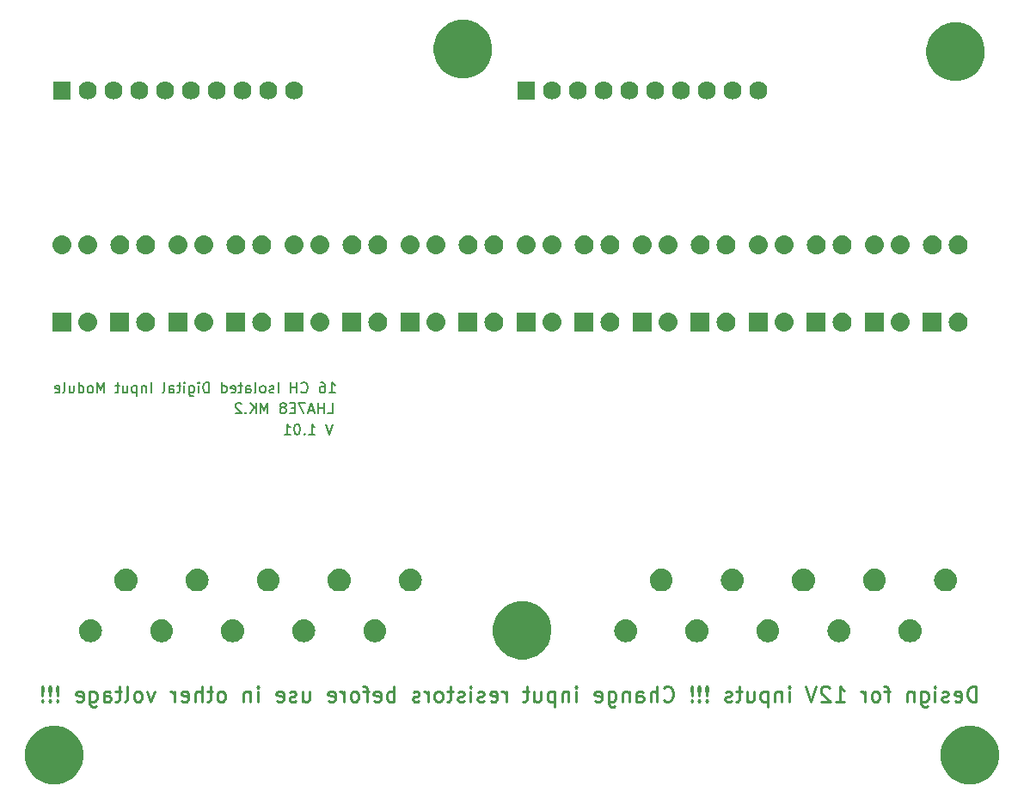
<source format=gbr>
G04 #@! TF.GenerationSoftware,KiCad,Pcbnew,(5.1.0)-1*
G04 #@! TF.CreationDate,2019-05-12T18:19:35+08:00*
G04 #@! TF.ProjectId,16 ch isolation input,31362063-6820-4697-936f-6c6174696f6e,1.01*
G04 #@! TF.SameCoordinates,Original*
G04 #@! TF.FileFunction,Soldermask,Bot*
G04 #@! TF.FilePolarity,Negative*
%FSLAX46Y46*%
G04 Gerber Fmt 4.6, Leading zero omitted, Abs format (unit mm)*
G04 Created by KiCad (PCBNEW (5.1.0)-1) date 2019-05-12 18:19:35*
%MOMM*%
%LPD*%
G04 APERTURE LIST*
%ADD10C,0.254000*%
%ADD11C,0.203200*%
%ADD12C,0.100000*%
G04 APERTURE END LIST*
D10*
X131952999Y-100257428D02*
X131952999Y-98733428D01*
X131590142Y-98733428D01*
X131372428Y-98806000D01*
X131227285Y-98951142D01*
X131154714Y-99096285D01*
X131082142Y-99386571D01*
X131082142Y-99604285D01*
X131154714Y-99894571D01*
X131227285Y-100039714D01*
X131372428Y-100184857D01*
X131590142Y-100257428D01*
X131952999Y-100257428D01*
X129848428Y-100184857D02*
X129993571Y-100257428D01*
X130283857Y-100257428D01*
X130428999Y-100184857D01*
X130501571Y-100039714D01*
X130501571Y-99459142D01*
X130428999Y-99314000D01*
X130283857Y-99241428D01*
X129993571Y-99241428D01*
X129848428Y-99314000D01*
X129775857Y-99459142D01*
X129775857Y-99604285D01*
X130501571Y-99749428D01*
X129195285Y-100184857D02*
X129050142Y-100257428D01*
X128759857Y-100257428D01*
X128614714Y-100184857D01*
X128542142Y-100039714D01*
X128542142Y-99967142D01*
X128614714Y-99822000D01*
X128759857Y-99749428D01*
X128977571Y-99749428D01*
X129122714Y-99676857D01*
X129195285Y-99531714D01*
X129195285Y-99459142D01*
X129122714Y-99314000D01*
X128977571Y-99241428D01*
X128759857Y-99241428D01*
X128614714Y-99314000D01*
X127888999Y-100257428D02*
X127888999Y-99241428D01*
X127888999Y-98733428D02*
X127961571Y-98806000D01*
X127888999Y-98878571D01*
X127816428Y-98806000D01*
X127888999Y-98733428D01*
X127888999Y-98878571D01*
X126510142Y-99241428D02*
X126510142Y-100475142D01*
X126582714Y-100620285D01*
X126655285Y-100692857D01*
X126800428Y-100765428D01*
X127018142Y-100765428D01*
X127163285Y-100692857D01*
X126510142Y-100184857D02*
X126655285Y-100257428D01*
X126945571Y-100257428D01*
X127090714Y-100184857D01*
X127163285Y-100112285D01*
X127235857Y-99967142D01*
X127235857Y-99531714D01*
X127163285Y-99386571D01*
X127090714Y-99314000D01*
X126945571Y-99241428D01*
X126655285Y-99241428D01*
X126510142Y-99314000D01*
X125784428Y-99241428D02*
X125784428Y-100257428D01*
X125784428Y-99386571D02*
X125711857Y-99314000D01*
X125566714Y-99241428D01*
X125348999Y-99241428D01*
X125203857Y-99314000D01*
X125131285Y-99459142D01*
X125131285Y-100257428D01*
X123462142Y-99241428D02*
X122881571Y-99241428D01*
X123244428Y-100257428D02*
X123244428Y-98951142D01*
X123171857Y-98806000D01*
X123026714Y-98733428D01*
X122881571Y-98733428D01*
X122155857Y-100257428D02*
X122300999Y-100184857D01*
X122373571Y-100112285D01*
X122446142Y-99967142D01*
X122446142Y-99531714D01*
X122373571Y-99386571D01*
X122300999Y-99314000D01*
X122155857Y-99241428D01*
X121938142Y-99241428D01*
X121792999Y-99314000D01*
X121720428Y-99386571D01*
X121647857Y-99531714D01*
X121647857Y-99967142D01*
X121720428Y-100112285D01*
X121792999Y-100184857D01*
X121938142Y-100257428D01*
X122155857Y-100257428D01*
X120994714Y-100257428D02*
X120994714Y-99241428D01*
X120994714Y-99531714D02*
X120922142Y-99386571D01*
X120849571Y-99314000D01*
X120704428Y-99241428D01*
X120559285Y-99241428D01*
X118091857Y-100257428D02*
X118962714Y-100257428D01*
X118527285Y-100257428D02*
X118527285Y-98733428D01*
X118672428Y-98951142D01*
X118817571Y-99096285D01*
X118962714Y-99168857D01*
X117511285Y-98878571D02*
X117438714Y-98806000D01*
X117293571Y-98733428D01*
X116930714Y-98733428D01*
X116785571Y-98806000D01*
X116712999Y-98878571D01*
X116640428Y-99023714D01*
X116640428Y-99168857D01*
X116712999Y-99386571D01*
X117583857Y-100257428D01*
X116640428Y-100257428D01*
X116204999Y-98733428D02*
X115696999Y-100257428D01*
X115188999Y-98733428D01*
X113519857Y-100257428D02*
X113519857Y-99241428D01*
X113519857Y-98733428D02*
X113592428Y-98806000D01*
X113519857Y-98878571D01*
X113447285Y-98806000D01*
X113519857Y-98733428D01*
X113519857Y-98878571D01*
X112794142Y-99241428D02*
X112794142Y-100257428D01*
X112794142Y-99386571D02*
X112721571Y-99314000D01*
X112576428Y-99241428D01*
X112358714Y-99241428D01*
X112213571Y-99314000D01*
X112140999Y-99459142D01*
X112140999Y-100257428D01*
X111415285Y-99241428D02*
X111415285Y-100765428D01*
X111415285Y-99314000D02*
X111270142Y-99241428D01*
X110979857Y-99241428D01*
X110834714Y-99314000D01*
X110762142Y-99386571D01*
X110689571Y-99531714D01*
X110689571Y-99967142D01*
X110762142Y-100112285D01*
X110834714Y-100184857D01*
X110979857Y-100257428D01*
X111270142Y-100257428D01*
X111415285Y-100184857D01*
X109383285Y-99241428D02*
X109383285Y-100257428D01*
X110036428Y-99241428D02*
X110036428Y-100039714D01*
X109963857Y-100184857D01*
X109818714Y-100257428D01*
X109600999Y-100257428D01*
X109455857Y-100184857D01*
X109383285Y-100112285D01*
X108875285Y-99241428D02*
X108294714Y-99241428D01*
X108657571Y-98733428D02*
X108657571Y-100039714D01*
X108584999Y-100184857D01*
X108439857Y-100257428D01*
X108294714Y-100257428D01*
X107859285Y-100184857D02*
X107714142Y-100257428D01*
X107423857Y-100257428D01*
X107278714Y-100184857D01*
X107206142Y-100039714D01*
X107206142Y-99967142D01*
X107278714Y-99822000D01*
X107423857Y-99749428D01*
X107641571Y-99749428D01*
X107786714Y-99676857D01*
X107859285Y-99531714D01*
X107859285Y-99459142D01*
X107786714Y-99314000D01*
X107641571Y-99241428D01*
X107423857Y-99241428D01*
X107278714Y-99314000D01*
X105391857Y-100112285D02*
X105319285Y-100184857D01*
X105391857Y-100257428D01*
X105464428Y-100184857D01*
X105391857Y-100112285D01*
X105391857Y-100257428D01*
X105391857Y-99676857D02*
X105464428Y-98806000D01*
X105391857Y-98733428D01*
X105319285Y-98806000D01*
X105391857Y-99676857D01*
X105391857Y-98733428D01*
X104666142Y-100112285D02*
X104593571Y-100184857D01*
X104666142Y-100257428D01*
X104738714Y-100184857D01*
X104666142Y-100112285D01*
X104666142Y-100257428D01*
X104666142Y-99676857D02*
X104738714Y-98806000D01*
X104666142Y-98733428D01*
X104593571Y-98806000D01*
X104666142Y-99676857D01*
X104666142Y-98733428D01*
X103940428Y-100112285D02*
X103867857Y-100184857D01*
X103940428Y-100257428D01*
X104012999Y-100184857D01*
X103940428Y-100112285D01*
X103940428Y-100257428D01*
X103940428Y-99676857D02*
X104012999Y-98806000D01*
X103940428Y-98733428D01*
X103867857Y-98806000D01*
X103940428Y-99676857D01*
X103940428Y-98733428D01*
X101182714Y-100112285D02*
X101255285Y-100184857D01*
X101472999Y-100257428D01*
X101618142Y-100257428D01*
X101835857Y-100184857D01*
X101980999Y-100039714D01*
X102053571Y-99894571D01*
X102126142Y-99604285D01*
X102126142Y-99386571D01*
X102053571Y-99096285D01*
X101980999Y-98951142D01*
X101835857Y-98806000D01*
X101618142Y-98733428D01*
X101472999Y-98733428D01*
X101255285Y-98806000D01*
X101182714Y-98878571D01*
X100529571Y-100257428D02*
X100529571Y-98733428D01*
X99876428Y-100257428D02*
X99876428Y-99459142D01*
X99948999Y-99314000D01*
X100094142Y-99241428D01*
X100311857Y-99241428D01*
X100456999Y-99314000D01*
X100529571Y-99386571D01*
X98497571Y-100257428D02*
X98497571Y-99459142D01*
X98570142Y-99314000D01*
X98715285Y-99241428D01*
X99005571Y-99241428D01*
X99150714Y-99314000D01*
X98497571Y-100184857D02*
X98642714Y-100257428D01*
X99005571Y-100257428D01*
X99150714Y-100184857D01*
X99223285Y-100039714D01*
X99223285Y-99894571D01*
X99150714Y-99749428D01*
X99005571Y-99676857D01*
X98642714Y-99676857D01*
X98497571Y-99604285D01*
X97771857Y-99241428D02*
X97771857Y-100257428D01*
X97771857Y-99386571D02*
X97699285Y-99314000D01*
X97554142Y-99241428D01*
X97336428Y-99241428D01*
X97191285Y-99314000D01*
X97118714Y-99459142D01*
X97118714Y-100257428D01*
X95739857Y-99241428D02*
X95739857Y-100475142D01*
X95812428Y-100620285D01*
X95884999Y-100692857D01*
X96030142Y-100765428D01*
X96247857Y-100765428D01*
X96392999Y-100692857D01*
X95739857Y-100184857D02*
X95884999Y-100257428D01*
X96175285Y-100257428D01*
X96320428Y-100184857D01*
X96392999Y-100112285D01*
X96465571Y-99967142D01*
X96465571Y-99531714D01*
X96392999Y-99386571D01*
X96320428Y-99314000D01*
X96175285Y-99241428D01*
X95884999Y-99241428D01*
X95739857Y-99314000D01*
X94433571Y-100184857D02*
X94578714Y-100257428D01*
X94868999Y-100257428D01*
X95014142Y-100184857D01*
X95086714Y-100039714D01*
X95086714Y-99459142D01*
X95014142Y-99314000D01*
X94868999Y-99241428D01*
X94578714Y-99241428D01*
X94433571Y-99314000D01*
X94360999Y-99459142D01*
X94360999Y-99604285D01*
X95086714Y-99749428D01*
X92546714Y-100257428D02*
X92546714Y-99241428D01*
X92546714Y-98733428D02*
X92619285Y-98806000D01*
X92546714Y-98878571D01*
X92474142Y-98806000D01*
X92546714Y-98733428D01*
X92546714Y-98878571D01*
X91820999Y-99241428D02*
X91820999Y-100257428D01*
X91820999Y-99386571D02*
X91748428Y-99314000D01*
X91603285Y-99241428D01*
X91385571Y-99241428D01*
X91240428Y-99314000D01*
X91167857Y-99459142D01*
X91167857Y-100257428D01*
X90442142Y-99241428D02*
X90442142Y-100765428D01*
X90442142Y-99314000D02*
X90296999Y-99241428D01*
X90006714Y-99241428D01*
X89861571Y-99314000D01*
X89788999Y-99386571D01*
X89716428Y-99531714D01*
X89716428Y-99967142D01*
X89788999Y-100112285D01*
X89861571Y-100184857D01*
X90006714Y-100257428D01*
X90296999Y-100257428D01*
X90442142Y-100184857D01*
X88410142Y-99241428D02*
X88410142Y-100257428D01*
X89063285Y-99241428D02*
X89063285Y-100039714D01*
X88990714Y-100184857D01*
X88845571Y-100257428D01*
X88627857Y-100257428D01*
X88482714Y-100184857D01*
X88410142Y-100112285D01*
X87902142Y-99241428D02*
X87321571Y-99241428D01*
X87684428Y-98733428D02*
X87684428Y-100039714D01*
X87611857Y-100184857D01*
X87466714Y-100257428D01*
X87321571Y-100257428D01*
X85652428Y-100257428D02*
X85652428Y-99241428D01*
X85652428Y-99531714D02*
X85579857Y-99386571D01*
X85507285Y-99314000D01*
X85362142Y-99241428D01*
X85216999Y-99241428D01*
X84128428Y-100184857D02*
X84273571Y-100257428D01*
X84563857Y-100257428D01*
X84708999Y-100184857D01*
X84781571Y-100039714D01*
X84781571Y-99459142D01*
X84708999Y-99314000D01*
X84563857Y-99241428D01*
X84273571Y-99241428D01*
X84128428Y-99314000D01*
X84055857Y-99459142D01*
X84055857Y-99604285D01*
X84781571Y-99749428D01*
X83475285Y-100184857D02*
X83330142Y-100257428D01*
X83039857Y-100257428D01*
X82894714Y-100184857D01*
X82822142Y-100039714D01*
X82822142Y-99967142D01*
X82894714Y-99822000D01*
X83039857Y-99749428D01*
X83257571Y-99749428D01*
X83402714Y-99676857D01*
X83475285Y-99531714D01*
X83475285Y-99459142D01*
X83402714Y-99314000D01*
X83257571Y-99241428D01*
X83039857Y-99241428D01*
X82894714Y-99314000D01*
X82168999Y-100257428D02*
X82168999Y-99241428D01*
X82168999Y-98733428D02*
X82241571Y-98806000D01*
X82168999Y-98878571D01*
X82096428Y-98806000D01*
X82168999Y-98733428D01*
X82168999Y-98878571D01*
X81515857Y-100184857D02*
X81370714Y-100257428D01*
X81080428Y-100257428D01*
X80935285Y-100184857D01*
X80862714Y-100039714D01*
X80862714Y-99967142D01*
X80935285Y-99822000D01*
X81080428Y-99749428D01*
X81298142Y-99749428D01*
X81443285Y-99676857D01*
X81515857Y-99531714D01*
X81515857Y-99459142D01*
X81443285Y-99314000D01*
X81298142Y-99241428D01*
X81080428Y-99241428D01*
X80935285Y-99314000D01*
X80427285Y-99241428D02*
X79846714Y-99241428D01*
X80209571Y-98733428D02*
X80209571Y-100039714D01*
X80136999Y-100184857D01*
X79991857Y-100257428D01*
X79846714Y-100257428D01*
X79120999Y-100257428D02*
X79266142Y-100184857D01*
X79338714Y-100112285D01*
X79411285Y-99967142D01*
X79411285Y-99531714D01*
X79338714Y-99386571D01*
X79266142Y-99314000D01*
X79120999Y-99241428D01*
X78903285Y-99241428D01*
X78758142Y-99314000D01*
X78685571Y-99386571D01*
X78612999Y-99531714D01*
X78612999Y-99967142D01*
X78685571Y-100112285D01*
X78758142Y-100184857D01*
X78903285Y-100257428D01*
X79120999Y-100257428D01*
X77959857Y-100257428D02*
X77959857Y-99241428D01*
X77959857Y-99531714D02*
X77887285Y-99386571D01*
X77814714Y-99314000D01*
X77669571Y-99241428D01*
X77524428Y-99241428D01*
X77088999Y-100184857D02*
X76943857Y-100257428D01*
X76653571Y-100257428D01*
X76508428Y-100184857D01*
X76435857Y-100039714D01*
X76435857Y-99967142D01*
X76508428Y-99822000D01*
X76653571Y-99749428D01*
X76871285Y-99749428D01*
X77016428Y-99676857D01*
X77088999Y-99531714D01*
X77088999Y-99459142D01*
X77016428Y-99314000D01*
X76871285Y-99241428D01*
X76653571Y-99241428D01*
X76508428Y-99314000D01*
X74621571Y-100257428D02*
X74621571Y-98733428D01*
X74621571Y-99314000D02*
X74476428Y-99241428D01*
X74186142Y-99241428D01*
X74040999Y-99314000D01*
X73968428Y-99386571D01*
X73895857Y-99531714D01*
X73895857Y-99967142D01*
X73968428Y-100112285D01*
X74040999Y-100184857D01*
X74186142Y-100257428D01*
X74476428Y-100257428D01*
X74621571Y-100184857D01*
X72662142Y-100184857D02*
X72807285Y-100257428D01*
X73097571Y-100257428D01*
X73242714Y-100184857D01*
X73315285Y-100039714D01*
X73315285Y-99459142D01*
X73242714Y-99314000D01*
X73097571Y-99241428D01*
X72807285Y-99241428D01*
X72662142Y-99314000D01*
X72589571Y-99459142D01*
X72589571Y-99604285D01*
X73315285Y-99749428D01*
X72154142Y-99241428D02*
X71573571Y-99241428D01*
X71936428Y-100257428D02*
X71936428Y-98951142D01*
X71863857Y-98806000D01*
X71718714Y-98733428D01*
X71573571Y-98733428D01*
X70847857Y-100257428D02*
X70992999Y-100184857D01*
X71065571Y-100112285D01*
X71138142Y-99967142D01*
X71138142Y-99531714D01*
X71065571Y-99386571D01*
X70992999Y-99314000D01*
X70847857Y-99241428D01*
X70630142Y-99241428D01*
X70484999Y-99314000D01*
X70412428Y-99386571D01*
X70339857Y-99531714D01*
X70339857Y-99967142D01*
X70412428Y-100112285D01*
X70484999Y-100184857D01*
X70630142Y-100257428D01*
X70847857Y-100257428D01*
X69686714Y-100257428D02*
X69686714Y-99241428D01*
X69686714Y-99531714D02*
X69614142Y-99386571D01*
X69541571Y-99314000D01*
X69396428Y-99241428D01*
X69251285Y-99241428D01*
X68162714Y-100184857D02*
X68307857Y-100257428D01*
X68598142Y-100257428D01*
X68743285Y-100184857D01*
X68815857Y-100039714D01*
X68815857Y-99459142D01*
X68743285Y-99314000D01*
X68598142Y-99241428D01*
X68307857Y-99241428D01*
X68162714Y-99314000D01*
X68090142Y-99459142D01*
X68090142Y-99604285D01*
X68815857Y-99749428D01*
X65622714Y-99241428D02*
X65622714Y-100257428D01*
X66275857Y-99241428D02*
X66275857Y-100039714D01*
X66203285Y-100184857D01*
X66058142Y-100257428D01*
X65840428Y-100257428D01*
X65695285Y-100184857D01*
X65622714Y-100112285D01*
X64969571Y-100184857D02*
X64824428Y-100257428D01*
X64534142Y-100257428D01*
X64388999Y-100184857D01*
X64316428Y-100039714D01*
X64316428Y-99967142D01*
X64388999Y-99822000D01*
X64534142Y-99749428D01*
X64751857Y-99749428D01*
X64896999Y-99676857D01*
X64969571Y-99531714D01*
X64969571Y-99459142D01*
X64896999Y-99314000D01*
X64751857Y-99241428D01*
X64534142Y-99241428D01*
X64388999Y-99314000D01*
X63082714Y-100184857D02*
X63227857Y-100257428D01*
X63518142Y-100257428D01*
X63663285Y-100184857D01*
X63735857Y-100039714D01*
X63735857Y-99459142D01*
X63663285Y-99314000D01*
X63518142Y-99241428D01*
X63227857Y-99241428D01*
X63082714Y-99314000D01*
X63010142Y-99459142D01*
X63010142Y-99604285D01*
X63735857Y-99749428D01*
X61195857Y-100257428D02*
X61195857Y-99241428D01*
X61195857Y-98733428D02*
X61268428Y-98806000D01*
X61195857Y-98878571D01*
X61123285Y-98806000D01*
X61195857Y-98733428D01*
X61195857Y-98878571D01*
X60470142Y-99241428D02*
X60470142Y-100257428D01*
X60470142Y-99386571D02*
X60397571Y-99314000D01*
X60252428Y-99241428D01*
X60034714Y-99241428D01*
X59889571Y-99314000D01*
X59816999Y-99459142D01*
X59816999Y-100257428D01*
X57712428Y-100257428D02*
X57857571Y-100184857D01*
X57930142Y-100112285D01*
X58002714Y-99967142D01*
X58002714Y-99531714D01*
X57930142Y-99386571D01*
X57857571Y-99314000D01*
X57712428Y-99241428D01*
X57494714Y-99241428D01*
X57349571Y-99314000D01*
X57276999Y-99386571D01*
X57204428Y-99531714D01*
X57204428Y-99967142D01*
X57276999Y-100112285D01*
X57349571Y-100184857D01*
X57494714Y-100257428D01*
X57712428Y-100257428D01*
X56768999Y-99241428D02*
X56188428Y-99241428D01*
X56551285Y-98733428D02*
X56551285Y-100039714D01*
X56478714Y-100184857D01*
X56333571Y-100257428D01*
X56188428Y-100257428D01*
X55680428Y-100257428D02*
X55680428Y-98733428D01*
X55027285Y-100257428D02*
X55027285Y-99459142D01*
X55099857Y-99314000D01*
X55244999Y-99241428D01*
X55462714Y-99241428D01*
X55607857Y-99314000D01*
X55680428Y-99386571D01*
X53720999Y-100184857D02*
X53866142Y-100257428D01*
X54156428Y-100257428D01*
X54301571Y-100184857D01*
X54374142Y-100039714D01*
X54374142Y-99459142D01*
X54301571Y-99314000D01*
X54156428Y-99241428D01*
X53866142Y-99241428D01*
X53720999Y-99314000D01*
X53648428Y-99459142D01*
X53648428Y-99604285D01*
X54374142Y-99749428D01*
X52995285Y-100257428D02*
X52995285Y-99241428D01*
X52995285Y-99531714D02*
X52922714Y-99386571D01*
X52850142Y-99314000D01*
X52704999Y-99241428D01*
X52559857Y-99241428D01*
X51035857Y-99241428D02*
X50672999Y-100257428D01*
X50310142Y-99241428D01*
X49511857Y-100257428D02*
X49656999Y-100184857D01*
X49729571Y-100112285D01*
X49802142Y-99967142D01*
X49802142Y-99531714D01*
X49729571Y-99386571D01*
X49656999Y-99314000D01*
X49511857Y-99241428D01*
X49294142Y-99241428D01*
X49148999Y-99314000D01*
X49076428Y-99386571D01*
X49003857Y-99531714D01*
X49003857Y-99967142D01*
X49076428Y-100112285D01*
X49148999Y-100184857D01*
X49294142Y-100257428D01*
X49511857Y-100257428D01*
X48132999Y-100257428D02*
X48278142Y-100184857D01*
X48350714Y-100039714D01*
X48350714Y-98733428D01*
X47770142Y-99241428D02*
X47189571Y-99241428D01*
X47552428Y-98733428D02*
X47552428Y-100039714D01*
X47479857Y-100184857D01*
X47334714Y-100257428D01*
X47189571Y-100257428D01*
X46028428Y-100257428D02*
X46028428Y-99459142D01*
X46100999Y-99314000D01*
X46246142Y-99241428D01*
X46536428Y-99241428D01*
X46681571Y-99314000D01*
X46028428Y-100184857D02*
X46173571Y-100257428D01*
X46536428Y-100257428D01*
X46681571Y-100184857D01*
X46754142Y-100039714D01*
X46754142Y-99894571D01*
X46681571Y-99749428D01*
X46536428Y-99676857D01*
X46173571Y-99676857D01*
X46028428Y-99604285D01*
X44649571Y-99241428D02*
X44649571Y-100475142D01*
X44722142Y-100620285D01*
X44794714Y-100692857D01*
X44939857Y-100765428D01*
X45157571Y-100765428D01*
X45302714Y-100692857D01*
X44649571Y-100184857D02*
X44794714Y-100257428D01*
X45084999Y-100257428D01*
X45230142Y-100184857D01*
X45302714Y-100112285D01*
X45375285Y-99967142D01*
X45375285Y-99531714D01*
X45302714Y-99386571D01*
X45230142Y-99314000D01*
X45084999Y-99241428D01*
X44794714Y-99241428D01*
X44649571Y-99314000D01*
X43343285Y-100184857D02*
X43488428Y-100257428D01*
X43778714Y-100257428D01*
X43923857Y-100184857D01*
X43996428Y-100039714D01*
X43996428Y-99459142D01*
X43923857Y-99314000D01*
X43778714Y-99241428D01*
X43488428Y-99241428D01*
X43343285Y-99314000D01*
X43270714Y-99459142D01*
X43270714Y-99604285D01*
X43996428Y-99749428D01*
X41456428Y-100112285D02*
X41383857Y-100184857D01*
X41456428Y-100257428D01*
X41528999Y-100184857D01*
X41456428Y-100112285D01*
X41456428Y-100257428D01*
X41456428Y-99676857D02*
X41528999Y-98806000D01*
X41456428Y-98733428D01*
X41383857Y-98806000D01*
X41456428Y-99676857D01*
X41456428Y-98733428D01*
X40730714Y-100112285D02*
X40658142Y-100184857D01*
X40730714Y-100257428D01*
X40803285Y-100184857D01*
X40730714Y-100112285D01*
X40730714Y-100257428D01*
X40730714Y-99676857D02*
X40803285Y-98806000D01*
X40730714Y-98733428D01*
X40658142Y-98806000D01*
X40730714Y-99676857D01*
X40730714Y-98733428D01*
X40004999Y-100112285D02*
X39932428Y-100184857D01*
X40004999Y-100257428D01*
X40077571Y-100184857D01*
X40004999Y-100112285D01*
X40004999Y-100257428D01*
X40004999Y-99676857D02*
X40077571Y-98806000D01*
X40004999Y-98733428D01*
X39932428Y-98806000D01*
X40004999Y-99676857D01*
X40004999Y-98733428D01*
D11*
X68560647Y-72900419D02*
X68221980Y-73916419D01*
X67883314Y-72900419D01*
X66238361Y-73916419D02*
X66818933Y-73916419D01*
X66528647Y-73916419D02*
X66528647Y-72900419D01*
X66625409Y-73045561D01*
X66722171Y-73142323D01*
X66818933Y-73190704D01*
X65802933Y-73819657D02*
X65754552Y-73868038D01*
X65802933Y-73916419D01*
X65851314Y-73868038D01*
X65802933Y-73819657D01*
X65802933Y-73916419D01*
X65125600Y-72900419D02*
X65028838Y-72900419D01*
X64932076Y-72948800D01*
X64883695Y-72997180D01*
X64835314Y-73093942D01*
X64786933Y-73287466D01*
X64786933Y-73529371D01*
X64835314Y-73722895D01*
X64883695Y-73819657D01*
X64932076Y-73868038D01*
X65028838Y-73916419D01*
X65125600Y-73916419D01*
X65222361Y-73868038D01*
X65270742Y-73819657D01*
X65319123Y-73722895D01*
X65367504Y-73529371D01*
X65367504Y-73287466D01*
X65319123Y-73093942D01*
X65270742Y-72997180D01*
X65222361Y-72948800D01*
X65125600Y-72900419D01*
X63819314Y-73916419D02*
X64399885Y-73916419D01*
X64109600Y-73916419D02*
X64109600Y-72900419D01*
X64206361Y-73045561D01*
X64303123Y-73142323D01*
X64399885Y-73190704D01*
X68086514Y-71833619D02*
X68570323Y-71833619D01*
X68570323Y-70817619D01*
X67747847Y-71833619D02*
X67747847Y-70817619D01*
X67747847Y-71301428D02*
X67167276Y-71301428D01*
X67167276Y-71833619D02*
X67167276Y-70817619D01*
X66731847Y-71543333D02*
X66248038Y-71543333D01*
X66828609Y-71833619D02*
X66489942Y-70817619D01*
X66151276Y-71833619D01*
X65909371Y-70817619D02*
X65232038Y-70817619D01*
X65667466Y-71833619D01*
X64844990Y-71301428D02*
X64506323Y-71301428D01*
X64361180Y-71833619D02*
X64844990Y-71833619D01*
X64844990Y-70817619D01*
X64361180Y-70817619D01*
X63780609Y-71253047D02*
X63877371Y-71204666D01*
X63925752Y-71156285D01*
X63974133Y-71059523D01*
X63974133Y-71011142D01*
X63925752Y-70914380D01*
X63877371Y-70866000D01*
X63780609Y-70817619D01*
X63587085Y-70817619D01*
X63490323Y-70866000D01*
X63441942Y-70914380D01*
X63393561Y-71011142D01*
X63393561Y-71059523D01*
X63441942Y-71156285D01*
X63490323Y-71204666D01*
X63587085Y-71253047D01*
X63780609Y-71253047D01*
X63877371Y-71301428D01*
X63925752Y-71349809D01*
X63974133Y-71446571D01*
X63974133Y-71640095D01*
X63925752Y-71736857D01*
X63877371Y-71785238D01*
X63780609Y-71833619D01*
X63587085Y-71833619D01*
X63490323Y-71785238D01*
X63441942Y-71736857D01*
X63393561Y-71640095D01*
X63393561Y-71446571D01*
X63441942Y-71349809D01*
X63490323Y-71301428D01*
X63587085Y-71253047D01*
X62184038Y-71833619D02*
X62184038Y-70817619D01*
X61845371Y-71543333D01*
X61506704Y-70817619D01*
X61506704Y-71833619D01*
X61022895Y-71833619D02*
X61022895Y-70817619D01*
X60442323Y-71833619D02*
X60877752Y-71253047D01*
X60442323Y-70817619D02*
X61022895Y-71398190D01*
X60006895Y-71736857D02*
X59958514Y-71785238D01*
X60006895Y-71833619D01*
X60055276Y-71785238D01*
X60006895Y-71736857D01*
X60006895Y-71833619D01*
X59571466Y-70914380D02*
X59523085Y-70866000D01*
X59426323Y-70817619D01*
X59184419Y-70817619D01*
X59087657Y-70866000D01*
X59039276Y-70914380D01*
X58990895Y-71011142D01*
X58990895Y-71107904D01*
X59039276Y-71253047D01*
X59619847Y-71833619D01*
X58990895Y-71833619D01*
X68248590Y-69801619D02*
X68829161Y-69801619D01*
X68538876Y-69801619D02*
X68538876Y-68785619D01*
X68635638Y-68930761D01*
X68732400Y-69027523D01*
X68829161Y-69075904D01*
X67377733Y-68785619D02*
X67571257Y-68785619D01*
X67668019Y-68834000D01*
X67716400Y-68882380D01*
X67813161Y-69027523D01*
X67861542Y-69221047D01*
X67861542Y-69608095D01*
X67813161Y-69704857D01*
X67764780Y-69753238D01*
X67668019Y-69801619D01*
X67474495Y-69801619D01*
X67377733Y-69753238D01*
X67329352Y-69704857D01*
X67280971Y-69608095D01*
X67280971Y-69366190D01*
X67329352Y-69269428D01*
X67377733Y-69221047D01*
X67474495Y-69172666D01*
X67668019Y-69172666D01*
X67764780Y-69221047D01*
X67813161Y-69269428D01*
X67861542Y-69366190D01*
X65490876Y-69704857D02*
X65539257Y-69753238D01*
X65684400Y-69801619D01*
X65781161Y-69801619D01*
X65926304Y-69753238D01*
X66023066Y-69656476D01*
X66071447Y-69559714D01*
X66119828Y-69366190D01*
X66119828Y-69221047D01*
X66071447Y-69027523D01*
X66023066Y-68930761D01*
X65926304Y-68834000D01*
X65781161Y-68785619D01*
X65684400Y-68785619D01*
X65539257Y-68834000D01*
X65490876Y-68882380D01*
X65055447Y-69801619D02*
X65055447Y-68785619D01*
X65055447Y-69269428D02*
X64474876Y-69269428D01*
X64474876Y-69801619D02*
X64474876Y-68785619D01*
X63216971Y-69801619D02*
X63216971Y-68785619D01*
X62781542Y-69753238D02*
X62684780Y-69801619D01*
X62491257Y-69801619D01*
X62394495Y-69753238D01*
X62346114Y-69656476D01*
X62346114Y-69608095D01*
X62394495Y-69511333D01*
X62491257Y-69462952D01*
X62636400Y-69462952D01*
X62733161Y-69414571D01*
X62781542Y-69317809D01*
X62781542Y-69269428D01*
X62733161Y-69172666D01*
X62636400Y-69124285D01*
X62491257Y-69124285D01*
X62394495Y-69172666D01*
X61765542Y-69801619D02*
X61862304Y-69753238D01*
X61910685Y-69704857D01*
X61959066Y-69608095D01*
X61959066Y-69317809D01*
X61910685Y-69221047D01*
X61862304Y-69172666D01*
X61765542Y-69124285D01*
X61620400Y-69124285D01*
X61523638Y-69172666D01*
X61475257Y-69221047D01*
X61426876Y-69317809D01*
X61426876Y-69608095D01*
X61475257Y-69704857D01*
X61523638Y-69753238D01*
X61620400Y-69801619D01*
X61765542Y-69801619D01*
X60846304Y-69801619D02*
X60943066Y-69753238D01*
X60991447Y-69656476D01*
X60991447Y-68785619D01*
X60023828Y-69801619D02*
X60023828Y-69269428D01*
X60072209Y-69172666D01*
X60168971Y-69124285D01*
X60362495Y-69124285D01*
X60459257Y-69172666D01*
X60023828Y-69753238D02*
X60120590Y-69801619D01*
X60362495Y-69801619D01*
X60459257Y-69753238D01*
X60507638Y-69656476D01*
X60507638Y-69559714D01*
X60459257Y-69462952D01*
X60362495Y-69414571D01*
X60120590Y-69414571D01*
X60023828Y-69366190D01*
X59685161Y-69124285D02*
X59298114Y-69124285D01*
X59540019Y-68785619D02*
X59540019Y-69656476D01*
X59491638Y-69753238D01*
X59394876Y-69801619D01*
X59298114Y-69801619D01*
X58572400Y-69753238D02*
X58669161Y-69801619D01*
X58862685Y-69801619D01*
X58959447Y-69753238D01*
X59007828Y-69656476D01*
X59007828Y-69269428D01*
X58959447Y-69172666D01*
X58862685Y-69124285D01*
X58669161Y-69124285D01*
X58572400Y-69172666D01*
X58524019Y-69269428D01*
X58524019Y-69366190D01*
X59007828Y-69462952D01*
X57653161Y-69801619D02*
X57653161Y-68785619D01*
X57653161Y-69753238D02*
X57749923Y-69801619D01*
X57943447Y-69801619D01*
X58040209Y-69753238D01*
X58088590Y-69704857D01*
X58136971Y-69608095D01*
X58136971Y-69317809D01*
X58088590Y-69221047D01*
X58040209Y-69172666D01*
X57943447Y-69124285D01*
X57749923Y-69124285D01*
X57653161Y-69172666D01*
X56395257Y-69801619D02*
X56395257Y-68785619D01*
X56153352Y-68785619D01*
X56008209Y-68834000D01*
X55911447Y-68930761D01*
X55863066Y-69027523D01*
X55814685Y-69221047D01*
X55814685Y-69366190D01*
X55863066Y-69559714D01*
X55911447Y-69656476D01*
X56008209Y-69753238D01*
X56153352Y-69801619D01*
X56395257Y-69801619D01*
X55379257Y-69801619D02*
X55379257Y-69124285D01*
X55379257Y-68785619D02*
X55427638Y-68834000D01*
X55379257Y-68882380D01*
X55330876Y-68834000D01*
X55379257Y-68785619D01*
X55379257Y-68882380D01*
X54460019Y-69124285D02*
X54460019Y-69946761D01*
X54508400Y-70043523D01*
X54556780Y-70091904D01*
X54653542Y-70140285D01*
X54798685Y-70140285D01*
X54895447Y-70091904D01*
X54460019Y-69753238D02*
X54556780Y-69801619D01*
X54750304Y-69801619D01*
X54847066Y-69753238D01*
X54895447Y-69704857D01*
X54943828Y-69608095D01*
X54943828Y-69317809D01*
X54895447Y-69221047D01*
X54847066Y-69172666D01*
X54750304Y-69124285D01*
X54556780Y-69124285D01*
X54460019Y-69172666D01*
X53976209Y-69801619D02*
X53976209Y-69124285D01*
X53976209Y-68785619D02*
X54024590Y-68834000D01*
X53976209Y-68882380D01*
X53927828Y-68834000D01*
X53976209Y-68785619D01*
X53976209Y-68882380D01*
X53637542Y-69124285D02*
X53250495Y-69124285D01*
X53492400Y-68785619D02*
X53492400Y-69656476D01*
X53444019Y-69753238D01*
X53347257Y-69801619D01*
X53250495Y-69801619D01*
X52476399Y-69801619D02*
X52476399Y-69269428D01*
X52524780Y-69172666D01*
X52621542Y-69124285D01*
X52815066Y-69124285D01*
X52911828Y-69172666D01*
X52476399Y-69753238D02*
X52573161Y-69801619D01*
X52815066Y-69801619D01*
X52911828Y-69753238D01*
X52960209Y-69656476D01*
X52960209Y-69559714D01*
X52911828Y-69462952D01*
X52815066Y-69414571D01*
X52573161Y-69414571D01*
X52476399Y-69366190D01*
X51847447Y-69801619D02*
X51944209Y-69753238D01*
X51992590Y-69656476D01*
X51992590Y-68785619D01*
X50686304Y-69801619D02*
X50686304Y-68785619D01*
X50202495Y-69124285D02*
X50202495Y-69801619D01*
X50202495Y-69221047D02*
X50154114Y-69172666D01*
X50057352Y-69124285D01*
X49912209Y-69124285D01*
X49815447Y-69172666D01*
X49767066Y-69269428D01*
X49767066Y-69801619D01*
X49283257Y-69124285D02*
X49283257Y-70140285D01*
X49283257Y-69172666D02*
X49186495Y-69124285D01*
X48992971Y-69124285D01*
X48896209Y-69172666D01*
X48847828Y-69221047D01*
X48799447Y-69317809D01*
X48799447Y-69608095D01*
X48847828Y-69704857D01*
X48896209Y-69753238D01*
X48992971Y-69801619D01*
X49186495Y-69801619D01*
X49283257Y-69753238D01*
X47928590Y-69124285D02*
X47928590Y-69801619D01*
X48364019Y-69124285D02*
X48364019Y-69656476D01*
X48315638Y-69753238D01*
X48218876Y-69801619D01*
X48073733Y-69801619D01*
X47976971Y-69753238D01*
X47928590Y-69704857D01*
X47589923Y-69124285D02*
X47202876Y-69124285D01*
X47444780Y-68785619D02*
X47444780Y-69656476D01*
X47396399Y-69753238D01*
X47299638Y-69801619D01*
X47202876Y-69801619D01*
X46090114Y-69801619D02*
X46090114Y-68785619D01*
X45751447Y-69511333D01*
X45412780Y-68785619D01*
X45412780Y-69801619D01*
X44783828Y-69801619D02*
X44880590Y-69753238D01*
X44928971Y-69704857D01*
X44977352Y-69608095D01*
X44977352Y-69317809D01*
X44928971Y-69221047D01*
X44880590Y-69172666D01*
X44783828Y-69124285D01*
X44638685Y-69124285D01*
X44541923Y-69172666D01*
X44493542Y-69221047D01*
X44445161Y-69317809D01*
X44445161Y-69608095D01*
X44493542Y-69704857D01*
X44541923Y-69753238D01*
X44638685Y-69801619D01*
X44783828Y-69801619D01*
X43574304Y-69801619D02*
X43574304Y-68785619D01*
X43574304Y-69753238D02*
X43671066Y-69801619D01*
X43864590Y-69801619D01*
X43961352Y-69753238D01*
X44009733Y-69704857D01*
X44058114Y-69608095D01*
X44058114Y-69317809D01*
X44009733Y-69221047D01*
X43961352Y-69172666D01*
X43864590Y-69124285D01*
X43671066Y-69124285D01*
X43574304Y-69172666D01*
X42655066Y-69124285D02*
X42655066Y-69801619D01*
X43090495Y-69124285D02*
X43090495Y-69656476D01*
X43042114Y-69753238D01*
X42945352Y-69801619D01*
X42800209Y-69801619D01*
X42703447Y-69753238D01*
X42655066Y-69704857D01*
X42026114Y-69801619D02*
X42122876Y-69753238D01*
X42171257Y-69656476D01*
X42171257Y-68785619D01*
X41252019Y-69753238D02*
X41348780Y-69801619D01*
X41542304Y-69801619D01*
X41639066Y-69753238D01*
X41687447Y-69656476D01*
X41687447Y-69269428D01*
X41639066Y-69172666D01*
X41542304Y-69124285D01*
X41348780Y-69124285D01*
X41252019Y-69172666D01*
X41203638Y-69269428D01*
X41203638Y-69366190D01*
X41687447Y-69462952D01*
D12*
G36*
X132157190Y-102770561D02*
G01*
X132157192Y-102770562D01*
X132157193Y-102770562D01*
X132680772Y-102987435D01*
X133151976Y-103302284D01*
X133151978Y-103302286D01*
X133151981Y-103302288D01*
X133552712Y-103703019D01*
X133552714Y-103703022D01*
X133552716Y-103703024D01*
X133867565Y-104174228D01*
X134084438Y-104697807D01*
X134195000Y-105253641D01*
X134195000Y-105820359D01*
X134084438Y-106376193D01*
X133867565Y-106899772D01*
X133552716Y-107370976D01*
X133552714Y-107370978D01*
X133552712Y-107370981D01*
X133151981Y-107771712D01*
X133151978Y-107771714D01*
X133151976Y-107771716D01*
X132680772Y-108086565D01*
X132157193Y-108303438D01*
X132157192Y-108303438D01*
X132157190Y-108303439D01*
X131601360Y-108414000D01*
X131034640Y-108414000D01*
X130478810Y-108303439D01*
X130478808Y-108303438D01*
X130478807Y-108303438D01*
X129955228Y-108086565D01*
X129484024Y-107771716D01*
X129484022Y-107771714D01*
X129484019Y-107771712D01*
X129083288Y-107370981D01*
X129083286Y-107370978D01*
X129083284Y-107370976D01*
X128768435Y-106899772D01*
X128551562Y-106376193D01*
X128441000Y-105820359D01*
X128441000Y-105253641D01*
X128551562Y-104697807D01*
X128768435Y-104174228D01*
X129083284Y-103703024D01*
X129083286Y-103703022D01*
X129083288Y-103703019D01*
X129484019Y-103302288D01*
X129484022Y-103302286D01*
X129484024Y-103302284D01*
X129955228Y-102987435D01*
X130478807Y-102770562D01*
X130478808Y-102770562D01*
X130478810Y-102770561D01*
X131034640Y-102660000D01*
X131601360Y-102660000D01*
X132157190Y-102770561D01*
X132157190Y-102770561D01*
G37*
G36*
X41987190Y-102770561D02*
G01*
X41987192Y-102770562D01*
X41987193Y-102770562D01*
X42510772Y-102987435D01*
X42981976Y-103302284D01*
X42981978Y-103302286D01*
X42981981Y-103302288D01*
X43382712Y-103703019D01*
X43382714Y-103703022D01*
X43382716Y-103703024D01*
X43697565Y-104174228D01*
X43914438Y-104697807D01*
X44025000Y-105253641D01*
X44025000Y-105820359D01*
X43914438Y-106376193D01*
X43697565Y-106899772D01*
X43382716Y-107370976D01*
X43382714Y-107370978D01*
X43382712Y-107370981D01*
X42981981Y-107771712D01*
X42981978Y-107771714D01*
X42981976Y-107771716D01*
X42510772Y-108086565D01*
X41987193Y-108303438D01*
X41987192Y-108303438D01*
X41987190Y-108303439D01*
X41431360Y-108414000D01*
X40864640Y-108414000D01*
X40308810Y-108303439D01*
X40308808Y-108303438D01*
X40308807Y-108303438D01*
X39785228Y-108086565D01*
X39314024Y-107771716D01*
X39314022Y-107771714D01*
X39314019Y-107771712D01*
X38913288Y-107370981D01*
X38913286Y-107370978D01*
X38913284Y-107370976D01*
X38598435Y-106899772D01*
X38381562Y-106376193D01*
X38271000Y-105820359D01*
X38271000Y-105253641D01*
X38381562Y-104697807D01*
X38598435Y-104174228D01*
X38913284Y-103703024D01*
X38913286Y-103703022D01*
X38913288Y-103703019D01*
X39314019Y-103302288D01*
X39314022Y-103302286D01*
X39314024Y-103302284D01*
X39785228Y-102987435D01*
X40308807Y-102770562D01*
X40308808Y-102770562D01*
X40308810Y-102770561D01*
X40864640Y-102660000D01*
X41431360Y-102660000D01*
X41987190Y-102770561D01*
X41987190Y-102770561D01*
G37*
G36*
X88088190Y-90451561D02*
G01*
X88088192Y-90451562D01*
X88088193Y-90451562D01*
X88611772Y-90668435D01*
X89082976Y-90983284D01*
X89082978Y-90983286D01*
X89082981Y-90983288D01*
X89483712Y-91384019D01*
X89483714Y-91384022D01*
X89483716Y-91384024D01*
X89798565Y-91855228D01*
X89992488Y-92323401D01*
X90015439Y-92378810D01*
X90126000Y-92934640D01*
X90126000Y-93501360D01*
X90047868Y-93894159D01*
X90015438Y-94057193D01*
X89798565Y-94580772D01*
X89483716Y-95051976D01*
X89483714Y-95051978D01*
X89483712Y-95051981D01*
X89082981Y-95452712D01*
X89082978Y-95452714D01*
X89082976Y-95452716D01*
X88611772Y-95767565D01*
X88088193Y-95984438D01*
X88088192Y-95984438D01*
X88088190Y-95984439D01*
X87532360Y-96095000D01*
X86965640Y-96095000D01*
X86409810Y-95984439D01*
X86409808Y-95984438D01*
X86409807Y-95984438D01*
X85886228Y-95767565D01*
X85415024Y-95452716D01*
X85415022Y-95452714D01*
X85415019Y-95452712D01*
X85014288Y-95051981D01*
X85014286Y-95051978D01*
X85014284Y-95051976D01*
X84699435Y-94580772D01*
X84482562Y-94057193D01*
X84450133Y-93894159D01*
X84372000Y-93501360D01*
X84372000Y-92934640D01*
X84482561Y-92378810D01*
X84505512Y-92323401D01*
X84699435Y-91855228D01*
X85014284Y-91384024D01*
X85014286Y-91384022D01*
X85014288Y-91384019D01*
X85415019Y-90983288D01*
X85415022Y-90983286D01*
X85415024Y-90983284D01*
X85886228Y-90668435D01*
X86409807Y-90451562D01*
X86409808Y-90451562D01*
X86409810Y-90451561D01*
X86965640Y-90341000D01*
X87532360Y-90341000D01*
X88088190Y-90451561D01*
X88088190Y-90451561D01*
G37*
G36*
X97655931Y-92154307D02*
G01*
X97868371Y-92218750D01*
X97868374Y-92218751D01*
X98064159Y-92323401D01*
X98235766Y-92464234D01*
X98376599Y-92635841D01*
X98481249Y-92831626D01*
X98481250Y-92831629D01*
X98545693Y-93044069D01*
X98567453Y-93265000D01*
X98545693Y-93485931D01*
X98481250Y-93698371D01*
X98481249Y-93698374D01*
X98376599Y-93894159D01*
X98235766Y-94065766D01*
X98064159Y-94206599D01*
X97868374Y-94311249D01*
X97868371Y-94311250D01*
X97655931Y-94375693D01*
X97490365Y-94392000D01*
X97379635Y-94392000D01*
X97214069Y-94375693D01*
X97001629Y-94311250D01*
X97001626Y-94311249D01*
X96805841Y-94206599D01*
X96634234Y-94065766D01*
X96493401Y-93894159D01*
X96388751Y-93698374D01*
X96388750Y-93698371D01*
X96324307Y-93485931D01*
X96302547Y-93265000D01*
X96324307Y-93044069D01*
X96388750Y-92831629D01*
X96388751Y-92831626D01*
X96493401Y-92635841D01*
X96634234Y-92464234D01*
X96805841Y-92323401D01*
X97001626Y-92218751D01*
X97001629Y-92218750D01*
X97214069Y-92154307D01*
X97379635Y-92138000D01*
X97490365Y-92138000D01*
X97655931Y-92154307D01*
X97655931Y-92154307D01*
G37*
G36*
X125655931Y-92154307D02*
G01*
X125868371Y-92218750D01*
X125868374Y-92218751D01*
X126064159Y-92323401D01*
X126235766Y-92464234D01*
X126376599Y-92635841D01*
X126481249Y-92831626D01*
X126481250Y-92831629D01*
X126545693Y-93044069D01*
X126567453Y-93265000D01*
X126545693Y-93485931D01*
X126481250Y-93698371D01*
X126481249Y-93698374D01*
X126376599Y-93894159D01*
X126235766Y-94065766D01*
X126064159Y-94206599D01*
X125868374Y-94311249D01*
X125868371Y-94311250D01*
X125655931Y-94375693D01*
X125490365Y-94392000D01*
X125379635Y-94392000D01*
X125214069Y-94375693D01*
X125001629Y-94311250D01*
X125001626Y-94311249D01*
X124805841Y-94206599D01*
X124634234Y-94065766D01*
X124493401Y-93894159D01*
X124388751Y-93698374D01*
X124388750Y-93698371D01*
X124324307Y-93485931D01*
X124302547Y-93265000D01*
X124324307Y-93044069D01*
X124388750Y-92831629D01*
X124388751Y-92831626D01*
X124493401Y-92635841D01*
X124634234Y-92464234D01*
X124805841Y-92323401D01*
X125001626Y-92218751D01*
X125001629Y-92218750D01*
X125214069Y-92154307D01*
X125379635Y-92138000D01*
X125490365Y-92138000D01*
X125655931Y-92154307D01*
X125655931Y-92154307D01*
G37*
G36*
X111655931Y-92154307D02*
G01*
X111868371Y-92218750D01*
X111868374Y-92218751D01*
X112064159Y-92323401D01*
X112235766Y-92464234D01*
X112376599Y-92635841D01*
X112481249Y-92831626D01*
X112481250Y-92831629D01*
X112545693Y-93044069D01*
X112567453Y-93265000D01*
X112545693Y-93485931D01*
X112481250Y-93698371D01*
X112481249Y-93698374D01*
X112376599Y-93894159D01*
X112235766Y-94065766D01*
X112064159Y-94206599D01*
X111868374Y-94311249D01*
X111868371Y-94311250D01*
X111655931Y-94375693D01*
X111490365Y-94392000D01*
X111379635Y-94392000D01*
X111214069Y-94375693D01*
X111001629Y-94311250D01*
X111001626Y-94311249D01*
X110805841Y-94206599D01*
X110634234Y-94065766D01*
X110493401Y-93894159D01*
X110388751Y-93698374D01*
X110388750Y-93698371D01*
X110324307Y-93485931D01*
X110302547Y-93265000D01*
X110324307Y-93044069D01*
X110388750Y-92831629D01*
X110388751Y-92831626D01*
X110493401Y-92635841D01*
X110634234Y-92464234D01*
X110805841Y-92323401D01*
X111001626Y-92218751D01*
X111001629Y-92218750D01*
X111214069Y-92154307D01*
X111379635Y-92138000D01*
X111490365Y-92138000D01*
X111655931Y-92154307D01*
X111655931Y-92154307D01*
G37*
G36*
X104655931Y-92154307D02*
G01*
X104868371Y-92218750D01*
X104868374Y-92218751D01*
X105064159Y-92323401D01*
X105235766Y-92464234D01*
X105376599Y-92635841D01*
X105481249Y-92831626D01*
X105481250Y-92831629D01*
X105545693Y-93044069D01*
X105567453Y-93265000D01*
X105545693Y-93485931D01*
X105481250Y-93698371D01*
X105481249Y-93698374D01*
X105376599Y-93894159D01*
X105235766Y-94065766D01*
X105064159Y-94206599D01*
X104868374Y-94311249D01*
X104868371Y-94311250D01*
X104655931Y-94375693D01*
X104490365Y-94392000D01*
X104379635Y-94392000D01*
X104214069Y-94375693D01*
X104001629Y-94311250D01*
X104001626Y-94311249D01*
X103805841Y-94206599D01*
X103634234Y-94065766D01*
X103493401Y-93894159D01*
X103388751Y-93698374D01*
X103388750Y-93698371D01*
X103324307Y-93485931D01*
X103302547Y-93265000D01*
X103324307Y-93044069D01*
X103388750Y-92831629D01*
X103388751Y-92831626D01*
X103493401Y-92635841D01*
X103634234Y-92464234D01*
X103805841Y-92323401D01*
X104001626Y-92218751D01*
X104001629Y-92218750D01*
X104214069Y-92154307D01*
X104379635Y-92138000D01*
X104490365Y-92138000D01*
X104655931Y-92154307D01*
X104655931Y-92154307D01*
G37*
G36*
X44950931Y-92154307D02*
G01*
X45163371Y-92218750D01*
X45163374Y-92218751D01*
X45359159Y-92323401D01*
X45530766Y-92464234D01*
X45671599Y-92635841D01*
X45776249Y-92831626D01*
X45776250Y-92831629D01*
X45840693Y-93044069D01*
X45862453Y-93265000D01*
X45840693Y-93485931D01*
X45776250Y-93698371D01*
X45776249Y-93698374D01*
X45671599Y-93894159D01*
X45530766Y-94065766D01*
X45359159Y-94206599D01*
X45163374Y-94311249D01*
X45163371Y-94311250D01*
X44950931Y-94375693D01*
X44785365Y-94392000D01*
X44674635Y-94392000D01*
X44509069Y-94375693D01*
X44296629Y-94311250D01*
X44296626Y-94311249D01*
X44100841Y-94206599D01*
X43929234Y-94065766D01*
X43788401Y-93894159D01*
X43683751Y-93698374D01*
X43683750Y-93698371D01*
X43619307Y-93485931D01*
X43597547Y-93265000D01*
X43619307Y-93044069D01*
X43683750Y-92831629D01*
X43683751Y-92831626D01*
X43788401Y-92635841D01*
X43929234Y-92464234D01*
X44100841Y-92323401D01*
X44296626Y-92218751D01*
X44296629Y-92218750D01*
X44509069Y-92154307D01*
X44674635Y-92138000D01*
X44785365Y-92138000D01*
X44950931Y-92154307D01*
X44950931Y-92154307D01*
G37*
G36*
X51950931Y-92154307D02*
G01*
X52163371Y-92218750D01*
X52163374Y-92218751D01*
X52359159Y-92323401D01*
X52530766Y-92464234D01*
X52671599Y-92635841D01*
X52776249Y-92831626D01*
X52776250Y-92831629D01*
X52840693Y-93044069D01*
X52862453Y-93265000D01*
X52840693Y-93485931D01*
X52776250Y-93698371D01*
X52776249Y-93698374D01*
X52671599Y-93894159D01*
X52530766Y-94065766D01*
X52359159Y-94206599D01*
X52163374Y-94311249D01*
X52163371Y-94311250D01*
X51950931Y-94375693D01*
X51785365Y-94392000D01*
X51674635Y-94392000D01*
X51509069Y-94375693D01*
X51296629Y-94311250D01*
X51296626Y-94311249D01*
X51100841Y-94206599D01*
X50929234Y-94065766D01*
X50788401Y-93894159D01*
X50683751Y-93698374D01*
X50683750Y-93698371D01*
X50619307Y-93485931D01*
X50597547Y-93265000D01*
X50619307Y-93044069D01*
X50683750Y-92831629D01*
X50683751Y-92831626D01*
X50788401Y-92635841D01*
X50929234Y-92464234D01*
X51100841Y-92323401D01*
X51296626Y-92218751D01*
X51296629Y-92218750D01*
X51509069Y-92154307D01*
X51674635Y-92138000D01*
X51785365Y-92138000D01*
X51950931Y-92154307D01*
X51950931Y-92154307D01*
G37*
G36*
X58950931Y-92154307D02*
G01*
X59163371Y-92218750D01*
X59163374Y-92218751D01*
X59359159Y-92323401D01*
X59530766Y-92464234D01*
X59671599Y-92635841D01*
X59776249Y-92831626D01*
X59776250Y-92831629D01*
X59840693Y-93044069D01*
X59862453Y-93265000D01*
X59840693Y-93485931D01*
X59776250Y-93698371D01*
X59776249Y-93698374D01*
X59671599Y-93894159D01*
X59530766Y-94065766D01*
X59359159Y-94206599D01*
X59163374Y-94311249D01*
X59163371Y-94311250D01*
X58950931Y-94375693D01*
X58785365Y-94392000D01*
X58674635Y-94392000D01*
X58509069Y-94375693D01*
X58296629Y-94311250D01*
X58296626Y-94311249D01*
X58100841Y-94206599D01*
X57929234Y-94065766D01*
X57788401Y-93894159D01*
X57683751Y-93698374D01*
X57683750Y-93698371D01*
X57619307Y-93485931D01*
X57597547Y-93265000D01*
X57619307Y-93044069D01*
X57683750Y-92831629D01*
X57683751Y-92831626D01*
X57788401Y-92635841D01*
X57929234Y-92464234D01*
X58100841Y-92323401D01*
X58296626Y-92218751D01*
X58296629Y-92218750D01*
X58509069Y-92154307D01*
X58674635Y-92138000D01*
X58785365Y-92138000D01*
X58950931Y-92154307D01*
X58950931Y-92154307D01*
G37*
G36*
X65950931Y-92154307D02*
G01*
X66163371Y-92218750D01*
X66163374Y-92218751D01*
X66359159Y-92323401D01*
X66530766Y-92464234D01*
X66671599Y-92635841D01*
X66776249Y-92831626D01*
X66776250Y-92831629D01*
X66840693Y-93044069D01*
X66862453Y-93265000D01*
X66840693Y-93485931D01*
X66776250Y-93698371D01*
X66776249Y-93698374D01*
X66671599Y-93894159D01*
X66530766Y-94065766D01*
X66359159Y-94206599D01*
X66163374Y-94311249D01*
X66163371Y-94311250D01*
X65950931Y-94375693D01*
X65785365Y-94392000D01*
X65674635Y-94392000D01*
X65509069Y-94375693D01*
X65296629Y-94311250D01*
X65296626Y-94311249D01*
X65100841Y-94206599D01*
X64929234Y-94065766D01*
X64788401Y-93894159D01*
X64683751Y-93698374D01*
X64683750Y-93698371D01*
X64619307Y-93485931D01*
X64597547Y-93265000D01*
X64619307Y-93044069D01*
X64683750Y-92831629D01*
X64683751Y-92831626D01*
X64788401Y-92635841D01*
X64929234Y-92464234D01*
X65100841Y-92323401D01*
X65296626Y-92218751D01*
X65296629Y-92218750D01*
X65509069Y-92154307D01*
X65674635Y-92138000D01*
X65785365Y-92138000D01*
X65950931Y-92154307D01*
X65950931Y-92154307D01*
G37*
G36*
X72950931Y-92154307D02*
G01*
X73163371Y-92218750D01*
X73163374Y-92218751D01*
X73359159Y-92323401D01*
X73530766Y-92464234D01*
X73671599Y-92635841D01*
X73776249Y-92831626D01*
X73776250Y-92831629D01*
X73840693Y-93044069D01*
X73862453Y-93265000D01*
X73840693Y-93485931D01*
X73776250Y-93698371D01*
X73776249Y-93698374D01*
X73671599Y-93894159D01*
X73530766Y-94065766D01*
X73359159Y-94206599D01*
X73163374Y-94311249D01*
X73163371Y-94311250D01*
X72950931Y-94375693D01*
X72785365Y-94392000D01*
X72674635Y-94392000D01*
X72509069Y-94375693D01*
X72296629Y-94311250D01*
X72296626Y-94311249D01*
X72100841Y-94206599D01*
X71929234Y-94065766D01*
X71788401Y-93894159D01*
X71683751Y-93698374D01*
X71683750Y-93698371D01*
X71619307Y-93485931D01*
X71597547Y-93265000D01*
X71619307Y-93044069D01*
X71683750Y-92831629D01*
X71683751Y-92831626D01*
X71788401Y-92635841D01*
X71929234Y-92464234D01*
X72100841Y-92323401D01*
X72296626Y-92218751D01*
X72296629Y-92218750D01*
X72509069Y-92154307D01*
X72674635Y-92138000D01*
X72785365Y-92138000D01*
X72950931Y-92154307D01*
X72950931Y-92154307D01*
G37*
G36*
X118655931Y-92154307D02*
G01*
X118868371Y-92218750D01*
X118868374Y-92218751D01*
X119064159Y-92323401D01*
X119235766Y-92464234D01*
X119376599Y-92635841D01*
X119481249Y-92831626D01*
X119481250Y-92831629D01*
X119545693Y-93044069D01*
X119567453Y-93265000D01*
X119545693Y-93485931D01*
X119481250Y-93698371D01*
X119481249Y-93698374D01*
X119376599Y-93894159D01*
X119235766Y-94065766D01*
X119064159Y-94206599D01*
X118868374Y-94311249D01*
X118868371Y-94311250D01*
X118655931Y-94375693D01*
X118490365Y-94392000D01*
X118379635Y-94392000D01*
X118214069Y-94375693D01*
X118001629Y-94311250D01*
X118001626Y-94311249D01*
X117805841Y-94206599D01*
X117634234Y-94065766D01*
X117493401Y-93894159D01*
X117388751Y-93698374D01*
X117388750Y-93698371D01*
X117324307Y-93485931D01*
X117302547Y-93265000D01*
X117324307Y-93044069D01*
X117388750Y-92831629D01*
X117388751Y-92831626D01*
X117493401Y-92635841D01*
X117634234Y-92464234D01*
X117805841Y-92323401D01*
X118001626Y-92218751D01*
X118001629Y-92218750D01*
X118214069Y-92154307D01*
X118379635Y-92138000D01*
X118490365Y-92138000D01*
X118655931Y-92154307D01*
X118655931Y-92154307D01*
G37*
G36*
X48450931Y-87154307D02*
G01*
X48663371Y-87218750D01*
X48663374Y-87218751D01*
X48859159Y-87323401D01*
X49030766Y-87464234D01*
X49171599Y-87635841D01*
X49276249Y-87831626D01*
X49276250Y-87831629D01*
X49340693Y-88044069D01*
X49362453Y-88265000D01*
X49340693Y-88485931D01*
X49276250Y-88698371D01*
X49276249Y-88698374D01*
X49171599Y-88894159D01*
X49030766Y-89065766D01*
X48859159Y-89206599D01*
X48663374Y-89311249D01*
X48663371Y-89311250D01*
X48450931Y-89375693D01*
X48285365Y-89392000D01*
X48174635Y-89392000D01*
X48009069Y-89375693D01*
X47796629Y-89311250D01*
X47796626Y-89311249D01*
X47600841Y-89206599D01*
X47429234Y-89065766D01*
X47288401Y-88894159D01*
X47183751Y-88698374D01*
X47183750Y-88698371D01*
X47119307Y-88485931D01*
X47097547Y-88265000D01*
X47119307Y-88044069D01*
X47183750Y-87831629D01*
X47183751Y-87831626D01*
X47288401Y-87635841D01*
X47429234Y-87464234D01*
X47600841Y-87323401D01*
X47796626Y-87218751D01*
X47796629Y-87218750D01*
X48009069Y-87154307D01*
X48174635Y-87138000D01*
X48285365Y-87138000D01*
X48450931Y-87154307D01*
X48450931Y-87154307D01*
G37*
G36*
X76450931Y-87154307D02*
G01*
X76663371Y-87218750D01*
X76663374Y-87218751D01*
X76859159Y-87323401D01*
X77030766Y-87464234D01*
X77171599Y-87635841D01*
X77276249Y-87831626D01*
X77276250Y-87831629D01*
X77340693Y-88044069D01*
X77362453Y-88265000D01*
X77340693Y-88485931D01*
X77276250Y-88698371D01*
X77276249Y-88698374D01*
X77171599Y-88894159D01*
X77030766Y-89065766D01*
X76859159Y-89206599D01*
X76663374Y-89311249D01*
X76663371Y-89311250D01*
X76450931Y-89375693D01*
X76285365Y-89392000D01*
X76174635Y-89392000D01*
X76009069Y-89375693D01*
X75796629Y-89311250D01*
X75796626Y-89311249D01*
X75600841Y-89206599D01*
X75429234Y-89065766D01*
X75288401Y-88894159D01*
X75183751Y-88698374D01*
X75183750Y-88698371D01*
X75119307Y-88485931D01*
X75097547Y-88265000D01*
X75119307Y-88044069D01*
X75183750Y-87831629D01*
X75183751Y-87831626D01*
X75288401Y-87635841D01*
X75429234Y-87464234D01*
X75600841Y-87323401D01*
X75796626Y-87218751D01*
X75796629Y-87218750D01*
X76009069Y-87154307D01*
X76174635Y-87138000D01*
X76285365Y-87138000D01*
X76450931Y-87154307D01*
X76450931Y-87154307D01*
G37*
G36*
X62450931Y-87154307D02*
G01*
X62663371Y-87218750D01*
X62663374Y-87218751D01*
X62859159Y-87323401D01*
X63030766Y-87464234D01*
X63171599Y-87635841D01*
X63276249Y-87831626D01*
X63276250Y-87831629D01*
X63340693Y-88044069D01*
X63362453Y-88265000D01*
X63340693Y-88485931D01*
X63276250Y-88698371D01*
X63276249Y-88698374D01*
X63171599Y-88894159D01*
X63030766Y-89065766D01*
X62859159Y-89206599D01*
X62663374Y-89311249D01*
X62663371Y-89311250D01*
X62450931Y-89375693D01*
X62285365Y-89392000D01*
X62174635Y-89392000D01*
X62009069Y-89375693D01*
X61796629Y-89311250D01*
X61796626Y-89311249D01*
X61600841Y-89206599D01*
X61429234Y-89065766D01*
X61288401Y-88894159D01*
X61183751Y-88698374D01*
X61183750Y-88698371D01*
X61119307Y-88485931D01*
X61097547Y-88265000D01*
X61119307Y-88044069D01*
X61183750Y-87831629D01*
X61183751Y-87831626D01*
X61288401Y-87635841D01*
X61429234Y-87464234D01*
X61600841Y-87323401D01*
X61796626Y-87218751D01*
X61796629Y-87218750D01*
X62009069Y-87154307D01*
X62174635Y-87138000D01*
X62285365Y-87138000D01*
X62450931Y-87154307D01*
X62450931Y-87154307D01*
G37*
G36*
X55450931Y-87154307D02*
G01*
X55663371Y-87218750D01*
X55663374Y-87218751D01*
X55859159Y-87323401D01*
X56030766Y-87464234D01*
X56171599Y-87635841D01*
X56276249Y-87831626D01*
X56276250Y-87831629D01*
X56340693Y-88044069D01*
X56362453Y-88265000D01*
X56340693Y-88485931D01*
X56276250Y-88698371D01*
X56276249Y-88698374D01*
X56171599Y-88894159D01*
X56030766Y-89065766D01*
X55859159Y-89206599D01*
X55663374Y-89311249D01*
X55663371Y-89311250D01*
X55450931Y-89375693D01*
X55285365Y-89392000D01*
X55174635Y-89392000D01*
X55009069Y-89375693D01*
X54796629Y-89311250D01*
X54796626Y-89311249D01*
X54600841Y-89206599D01*
X54429234Y-89065766D01*
X54288401Y-88894159D01*
X54183751Y-88698374D01*
X54183750Y-88698371D01*
X54119307Y-88485931D01*
X54097547Y-88265000D01*
X54119307Y-88044069D01*
X54183750Y-87831629D01*
X54183751Y-87831626D01*
X54288401Y-87635841D01*
X54429234Y-87464234D01*
X54600841Y-87323401D01*
X54796626Y-87218751D01*
X54796629Y-87218750D01*
X55009069Y-87154307D01*
X55174635Y-87138000D01*
X55285365Y-87138000D01*
X55450931Y-87154307D01*
X55450931Y-87154307D01*
G37*
G36*
X115155931Y-87154307D02*
G01*
X115368371Y-87218750D01*
X115368374Y-87218751D01*
X115564159Y-87323401D01*
X115735766Y-87464234D01*
X115876599Y-87635841D01*
X115981249Y-87831626D01*
X115981250Y-87831629D01*
X116045693Y-88044069D01*
X116067453Y-88265000D01*
X116045693Y-88485931D01*
X115981250Y-88698371D01*
X115981249Y-88698374D01*
X115876599Y-88894159D01*
X115735766Y-89065766D01*
X115564159Y-89206599D01*
X115368374Y-89311249D01*
X115368371Y-89311250D01*
X115155931Y-89375693D01*
X114990365Y-89392000D01*
X114879635Y-89392000D01*
X114714069Y-89375693D01*
X114501629Y-89311250D01*
X114501626Y-89311249D01*
X114305841Y-89206599D01*
X114134234Y-89065766D01*
X113993401Y-88894159D01*
X113888751Y-88698374D01*
X113888750Y-88698371D01*
X113824307Y-88485931D01*
X113802547Y-88265000D01*
X113824307Y-88044069D01*
X113888750Y-87831629D01*
X113888751Y-87831626D01*
X113993401Y-87635841D01*
X114134234Y-87464234D01*
X114305841Y-87323401D01*
X114501626Y-87218751D01*
X114501629Y-87218750D01*
X114714069Y-87154307D01*
X114879635Y-87138000D01*
X114990365Y-87138000D01*
X115155931Y-87154307D01*
X115155931Y-87154307D01*
G37*
G36*
X69450931Y-87154307D02*
G01*
X69663371Y-87218750D01*
X69663374Y-87218751D01*
X69859159Y-87323401D01*
X70030766Y-87464234D01*
X70171599Y-87635841D01*
X70276249Y-87831626D01*
X70276250Y-87831629D01*
X70340693Y-88044069D01*
X70362453Y-88265000D01*
X70340693Y-88485931D01*
X70276250Y-88698371D01*
X70276249Y-88698374D01*
X70171599Y-88894159D01*
X70030766Y-89065766D01*
X69859159Y-89206599D01*
X69663374Y-89311249D01*
X69663371Y-89311250D01*
X69450931Y-89375693D01*
X69285365Y-89392000D01*
X69174635Y-89392000D01*
X69009069Y-89375693D01*
X68796629Y-89311250D01*
X68796626Y-89311249D01*
X68600841Y-89206599D01*
X68429234Y-89065766D01*
X68288401Y-88894159D01*
X68183751Y-88698374D01*
X68183750Y-88698371D01*
X68119307Y-88485931D01*
X68097547Y-88265000D01*
X68119307Y-88044069D01*
X68183750Y-87831629D01*
X68183751Y-87831626D01*
X68288401Y-87635841D01*
X68429234Y-87464234D01*
X68600841Y-87323401D01*
X68796626Y-87218751D01*
X68796629Y-87218750D01*
X69009069Y-87154307D01*
X69174635Y-87138000D01*
X69285365Y-87138000D01*
X69450931Y-87154307D01*
X69450931Y-87154307D01*
G37*
G36*
X129155931Y-87154307D02*
G01*
X129368371Y-87218750D01*
X129368374Y-87218751D01*
X129564159Y-87323401D01*
X129735766Y-87464234D01*
X129876599Y-87635841D01*
X129981249Y-87831626D01*
X129981250Y-87831629D01*
X130045693Y-88044069D01*
X130067453Y-88265000D01*
X130045693Y-88485931D01*
X129981250Y-88698371D01*
X129981249Y-88698374D01*
X129876599Y-88894159D01*
X129735766Y-89065766D01*
X129564159Y-89206599D01*
X129368374Y-89311249D01*
X129368371Y-89311250D01*
X129155931Y-89375693D01*
X128990365Y-89392000D01*
X128879635Y-89392000D01*
X128714069Y-89375693D01*
X128501629Y-89311250D01*
X128501626Y-89311249D01*
X128305841Y-89206599D01*
X128134234Y-89065766D01*
X127993401Y-88894159D01*
X127888751Y-88698374D01*
X127888750Y-88698371D01*
X127824307Y-88485931D01*
X127802547Y-88265000D01*
X127824307Y-88044069D01*
X127888750Y-87831629D01*
X127888751Y-87831626D01*
X127993401Y-87635841D01*
X128134234Y-87464234D01*
X128305841Y-87323401D01*
X128501626Y-87218751D01*
X128501629Y-87218750D01*
X128714069Y-87154307D01*
X128879635Y-87138000D01*
X128990365Y-87138000D01*
X129155931Y-87154307D01*
X129155931Y-87154307D01*
G37*
G36*
X101155931Y-87154307D02*
G01*
X101368371Y-87218750D01*
X101368374Y-87218751D01*
X101564159Y-87323401D01*
X101735766Y-87464234D01*
X101876599Y-87635841D01*
X101981249Y-87831626D01*
X101981250Y-87831629D01*
X102045693Y-88044069D01*
X102067453Y-88265000D01*
X102045693Y-88485931D01*
X101981250Y-88698371D01*
X101981249Y-88698374D01*
X101876599Y-88894159D01*
X101735766Y-89065766D01*
X101564159Y-89206599D01*
X101368374Y-89311249D01*
X101368371Y-89311250D01*
X101155931Y-89375693D01*
X100990365Y-89392000D01*
X100879635Y-89392000D01*
X100714069Y-89375693D01*
X100501629Y-89311250D01*
X100501626Y-89311249D01*
X100305841Y-89206599D01*
X100134234Y-89065766D01*
X99993401Y-88894159D01*
X99888751Y-88698374D01*
X99888750Y-88698371D01*
X99824307Y-88485931D01*
X99802547Y-88265000D01*
X99824307Y-88044069D01*
X99888750Y-87831629D01*
X99888751Y-87831626D01*
X99993401Y-87635841D01*
X100134234Y-87464234D01*
X100305841Y-87323401D01*
X100501626Y-87218751D01*
X100501629Y-87218750D01*
X100714069Y-87154307D01*
X100879635Y-87138000D01*
X100990365Y-87138000D01*
X101155931Y-87154307D01*
X101155931Y-87154307D01*
G37*
G36*
X108155931Y-87154307D02*
G01*
X108368371Y-87218750D01*
X108368374Y-87218751D01*
X108564159Y-87323401D01*
X108735766Y-87464234D01*
X108876599Y-87635841D01*
X108981249Y-87831626D01*
X108981250Y-87831629D01*
X109045693Y-88044069D01*
X109067453Y-88265000D01*
X109045693Y-88485931D01*
X108981250Y-88698371D01*
X108981249Y-88698374D01*
X108876599Y-88894159D01*
X108735766Y-89065766D01*
X108564159Y-89206599D01*
X108368374Y-89311249D01*
X108368371Y-89311250D01*
X108155931Y-89375693D01*
X107990365Y-89392000D01*
X107879635Y-89392000D01*
X107714069Y-89375693D01*
X107501629Y-89311250D01*
X107501626Y-89311249D01*
X107305841Y-89206599D01*
X107134234Y-89065766D01*
X106993401Y-88894159D01*
X106888751Y-88698374D01*
X106888750Y-88698371D01*
X106824307Y-88485931D01*
X106802547Y-88265000D01*
X106824307Y-88044069D01*
X106888750Y-87831629D01*
X106888751Y-87831626D01*
X106993401Y-87635841D01*
X107134234Y-87464234D01*
X107305841Y-87323401D01*
X107501626Y-87218751D01*
X107501629Y-87218750D01*
X107714069Y-87154307D01*
X107879635Y-87138000D01*
X107990365Y-87138000D01*
X108155931Y-87154307D01*
X108155931Y-87154307D01*
G37*
G36*
X122155931Y-87154307D02*
G01*
X122368371Y-87218750D01*
X122368374Y-87218751D01*
X122564159Y-87323401D01*
X122735766Y-87464234D01*
X122876599Y-87635841D01*
X122981249Y-87831626D01*
X122981250Y-87831629D01*
X123045693Y-88044069D01*
X123067453Y-88265000D01*
X123045693Y-88485931D01*
X122981250Y-88698371D01*
X122981249Y-88698374D01*
X122876599Y-88894159D01*
X122735766Y-89065766D01*
X122564159Y-89206599D01*
X122368374Y-89311249D01*
X122368371Y-89311250D01*
X122155931Y-89375693D01*
X121990365Y-89392000D01*
X121879635Y-89392000D01*
X121714069Y-89375693D01*
X121501629Y-89311250D01*
X121501626Y-89311249D01*
X121305841Y-89206599D01*
X121134234Y-89065766D01*
X120993401Y-88894159D01*
X120888751Y-88698374D01*
X120888750Y-88698371D01*
X120824307Y-88485931D01*
X120802547Y-88265000D01*
X120824307Y-88044069D01*
X120888750Y-87831629D01*
X120888751Y-87831626D01*
X120993401Y-87635841D01*
X121134234Y-87464234D01*
X121305841Y-87323401D01*
X121501626Y-87218751D01*
X121501629Y-87218750D01*
X121714069Y-87154307D01*
X121879635Y-87138000D01*
X121990365Y-87138000D01*
X122155931Y-87154307D01*
X122155931Y-87154307D01*
G37*
G36*
X101781724Y-61951413D02*
G01*
X101956464Y-62004420D01*
X101956466Y-62004421D01*
X102117507Y-62090500D01*
X102258660Y-62206340D01*
X102374500Y-62347493D01*
X102374501Y-62347495D01*
X102460580Y-62508536D01*
X102513587Y-62683276D01*
X102531485Y-62865000D01*
X102513587Y-63046724D01*
X102460580Y-63221464D01*
X102460579Y-63221466D01*
X102374500Y-63382507D01*
X102258660Y-63523660D01*
X102117507Y-63639500D01*
X102117505Y-63639501D01*
X101956464Y-63725580D01*
X101781724Y-63778587D01*
X101645538Y-63792000D01*
X101554462Y-63792000D01*
X101418276Y-63778587D01*
X101243536Y-63725580D01*
X101082495Y-63639501D01*
X101082493Y-63639500D01*
X100941340Y-63523660D01*
X100825500Y-63382507D01*
X100739421Y-63221466D01*
X100739420Y-63221464D01*
X100686413Y-63046724D01*
X100668515Y-62865000D01*
X100686413Y-62683276D01*
X100739420Y-62508536D01*
X100825499Y-62347495D01*
X100825500Y-62347493D01*
X100941340Y-62206340D01*
X101082493Y-62090500D01*
X101243534Y-62004421D01*
X101243536Y-62004420D01*
X101418276Y-61951413D01*
X101554462Y-61938000D01*
X101645538Y-61938000D01*
X101781724Y-61951413D01*
X101781724Y-61951413D01*
G37*
G36*
X73206724Y-61951413D02*
G01*
X73381464Y-62004420D01*
X73381466Y-62004421D01*
X73542507Y-62090500D01*
X73683660Y-62206340D01*
X73799500Y-62347493D01*
X73799501Y-62347495D01*
X73885580Y-62508536D01*
X73938587Y-62683276D01*
X73956485Y-62865000D01*
X73938587Y-63046724D01*
X73885580Y-63221464D01*
X73885579Y-63221466D01*
X73799500Y-63382507D01*
X73683660Y-63523660D01*
X73542507Y-63639500D01*
X73542505Y-63639501D01*
X73381464Y-63725580D01*
X73206724Y-63778587D01*
X73070538Y-63792000D01*
X72979462Y-63792000D01*
X72843276Y-63778587D01*
X72668536Y-63725580D01*
X72507495Y-63639501D01*
X72507493Y-63639500D01*
X72366340Y-63523660D01*
X72250500Y-63382507D01*
X72164421Y-63221466D01*
X72164420Y-63221464D01*
X72111413Y-63046724D01*
X72093515Y-62865000D01*
X72111413Y-62683276D01*
X72164420Y-62508536D01*
X72250499Y-62347495D01*
X72250500Y-62347493D01*
X72366340Y-62206340D01*
X72507493Y-62090500D01*
X72668534Y-62004421D01*
X72668536Y-62004420D01*
X72843276Y-61951413D01*
X72979462Y-61938000D01*
X73070538Y-61938000D01*
X73206724Y-61951413D01*
X73206724Y-61951413D01*
G37*
G36*
X77127000Y-63792000D02*
G01*
X75273000Y-63792000D01*
X75273000Y-61938000D01*
X77127000Y-61938000D01*
X77127000Y-63792000D01*
X77127000Y-63792000D01*
G37*
G36*
X78921724Y-61951413D02*
G01*
X79096464Y-62004420D01*
X79096466Y-62004421D01*
X79257507Y-62090500D01*
X79398660Y-62206340D01*
X79514500Y-62347493D01*
X79514501Y-62347495D01*
X79600580Y-62508536D01*
X79653587Y-62683276D01*
X79671485Y-62865000D01*
X79653587Y-63046724D01*
X79600580Y-63221464D01*
X79600579Y-63221466D01*
X79514500Y-63382507D01*
X79398660Y-63523660D01*
X79257507Y-63639500D01*
X79257505Y-63639501D01*
X79096464Y-63725580D01*
X78921724Y-63778587D01*
X78785538Y-63792000D01*
X78694462Y-63792000D01*
X78558276Y-63778587D01*
X78383536Y-63725580D01*
X78222495Y-63639501D01*
X78222493Y-63639500D01*
X78081340Y-63523660D01*
X77965500Y-63382507D01*
X77879421Y-63221466D01*
X77879420Y-63221464D01*
X77826413Y-63046724D01*
X77808515Y-62865000D01*
X77826413Y-62683276D01*
X77879420Y-62508536D01*
X77965499Y-62347495D01*
X77965500Y-62347493D01*
X78081340Y-62206340D01*
X78222493Y-62090500D01*
X78383534Y-62004421D01*
X78383536Y-62004420D01*
X78558276Y-61951413D01*
X78694462Y-61938000D01*
X78785538Y-61938000D01*
X78921724Y-61951413D01*
X78921724Y-61951413D01*
G37*
G36*
X118926724Y-61951413D02*
G01*
X119101464Y-62004420D01*
X119101466Y-62004421D01*
X119262507Y-62090500D01*
X119403660Y-62206340D01*
X119519500Y-62347493D01*
X119519501Y-62347495D01*
X119605580Y-62508536D01*
X119658587Y-62683276D01*
X119676485Y-62865000D01*
X119658587Y-63046724D01*
X119605580Y-63221464D01*
X119605579Y-63221466D01*
X119519500Y-63382507D01*
X119403660Y-63523660D01*
X119262507Y-63639500D01*
X119262505Y-63639501D01*
X119101464Y-63725580D01*
X118926724Y-63778587D01*
X118790538Y-63792000D01*
X118699462Y-63792000D01*
X118563276Y-63778587D01*
X118388536Y-63725580D01*
X118227495Y-63639501D01*
X118227493Y-63639500D01*
X118086340Y-63523660D01*
X117970500Y-63382507D01*
X117884421Y-63221466D01*
X117884420Y-63221464D01*
X117831413Y-63046724D01*
X117813515Y-62865000D01*
X117831413Y-62683276D01*
X117884420Y-62508536D01*
X117970499Y-62347495D01*
X117970500Y-62347493D01*
X118086340Y-62206340D01*
X118227493Y-62090500D01*
X118388534Y-62004421D01*
X118388536Y-62004420D01*
X118563276Y-61951413D01*
X118699462Y-61938000D01*
X118790538Y-61938000D01*
X118926724Y-61951413D01*
X118926724Y-61951413D01*
G37*
G36*
X84636724Y-61951413D02*
G01*
X84811464Y-62004420D01*
X84811466Y-62004421D01*
X84972507Y-62090500D01*
X85113660Y-62206340D01*
X85229500Y-62347493D01*
X85229501Y-62347495D01*
X85315580Y-62508536D01*
X85368587Y-62683276D01*
X85386485Y-62865000D01*
X85368587Y-63046724D01*
X85315580Y-63221464D01*
X85315579Y-63221466D01*
X85229500Y-63382507D01*
X85113660Y-63523660D01*
X84972507Y-63639500D01*
X84972505Y-63639501D01*
X84811464Y-63725580D01*
X84636724Y-63778587D01*
X84500538Y-63792000D01*
X84409462Y-63792000D01*
X84273276Y-63778587D01*
X84098536Y-63725580D01*
X83937495Y-63639501D01*
X83937493Y-63639500D01*
X83796340Y-63523660D01*
X83680500Y-63382507D01*
X83594421Y-63221466D01*
X83594420Y-63221464D01*
X83541413Y-63046724D01*
X83523515Y-62865000D01*
X83541413Y-62683276D01*
X83594420Y-62508536D01*
X83680499Y-62347495D01*
X83680500Y-62347493D01*
X83796340Y-62206340D01*
X83937493Y-62090500D01*
X84098534Y-62004421D01*
X84098536Y-62004420D01*
X84273276Y-61951413D01*
X84409462Y-61938000D01*
X84500538Y-61938000D01*
X84636724Y-61951413D01*
X84636724Y-61951413D01*
G37*
G36*
X88557000Y-63792000D02*
G01*
X86703000Y-63792000D01*
X86703000Y-61938000D01*
X88557000Y-61938000D01*
X88557000Y-63792000D01*
X88557000Y-63792000D01*
G37*
G36*
X90351724Y-61951413D02*
G01*
X90526464Y-62004420D01*
X90526466Y-62004421D01*
X90687507Y-62090500D01*
X90828660Y-62206340D01*
X90944500Y-62347493D01*
X90944501Y-62347495D01*
X91030580Y-62508536D01*
X91083587Y-62683276D01*
X91101485Y-62865000D01*
X91083587Y-63046724D01*
X91030580Y-63221464D01*
X91030579Y-63221466D01*
X90944500Y-63382507D01*
X90828660Y-63523660D01*
X90687507Y-63639500D01*
X90687505Y-63639501D01*
X90526464Y-63725580D01*
X90351724Y-63778587D01*
X90215538Y-63792000D01*
X90124462Y-63792000D01*
X89988276Y-63778587D01*
X89813536Y-63725580D01*
X89652495Y-63639501D01*
X89652493Y-63639500D01*
X89511340Y-63523660D01*
X89395500Y-63382507D01*
X89309421Y-63221466D01*
X89309420Y-63221464D01*
X89256413Y-63046724D01*
X89238515Y-62865000D01*
X89256413Y-62683276D01*
X89309420Y-62508536D01*
X89395499Y-62347495D01*
X89395500Y-62347493D01*
X89511340Y-62206340D01*
X89652493Y-62090500D01*
X89813534Y-62004421D01*
X89813536Y-62004420D01*
X89988276Y-61951413D01*
X90124462Y-61938000D01*
X90215538Y-61938000D01*
X90351724Y-61951413D01*
X90351724Y-61951413D01*
G37*
G36*
X94272000Y-63792000D02*
G01*
X92418000Y-63792000D01*
X92418000Y-61938000D01*
X94272000Y-61938000D01*
X94272000Y-63792000D01*
X94272000Y-63792000D01*
G37*
G36*
X96066724Y-61951413D02*
G01*
X96241464Y-62004420D01*
X96241466Y-62004421D01*
X96402507Y-62090500D01*
X96543660Y-62206340D01*
X96659500Y-62347493D01*
X96659501Y-62347495D01*
X96745580Y-62508536D01*
X96798587Y-62683276D01*
X96816485Y-62865000D01*
X96798587Y-63046724D01*
X96745580Y-63221464D01*
X96745579Y-63221466D01*
X96659500Y-63382507D01*
X96543660Y-63523660D01*
X96402507Y-63639500D01*
X96402505Y-63639501D01*
X96241464Y-63725580D01*
X96066724Y-63778587D01*
X95930538Y-63792000D01*
X95839462Y-63792000D01*
X95703276Y-63778587D01*
X95528536Y-63725580D01*
X95367495Y-63639501D01*
X95367493Y-63639500D01*
X95226340Y-63523660D01*
X95110500Y-63382507D01*
X95024421Y-63221466D01*
X95024420Y-63221464D01*
X94971413Y-63046724D01*
X94953515Y-62865000D01*
X94971413Y-62683276D01*
X95024420Y-62508536D01*
X95110499Y-62347495D01*
X95110500Y-62347493D01*
X95226340Y-62206340D01*
X95367493Y-62090500D01*
X95528534Y-62004421D01*
X95528536Y-62004420D01*
X95703276Y-61951413D01*
X95839462Y-61938000D01*
X95930538Y-61938000D01*
X96066724Y-61951413D01*
X96066724Y-61951413D01*
G37*
G36*
X99987000Y-63792000D02*
G01*
X98133000Y-63792000D01*
X98133000Y-61938000D01*
X99987000Y-61938000D01*
X99987000Y-63792000D01*
X99987000Y-63792000D01*
G37*
G36*
X105702000Y-63792000D02*
G01*
X103848000Y-63792000D01*
X103848000Y-61938000D01*
X105702000Y-61938000D01*
X105702000Y-63792000D01*
X105702000Y-63792000D01*
G37*
G36*
X107496724Y-61951413D02*
G01*
X107671464Y-62004420D01*
X107671466Y-62004421D01*
X107832507Y-62090500D01*
X107973660Y-62206340D01*
X108089500Y-62347493D01*
X108089501Y-62347495D01*
X108175580Y-62508536D01*
X108228587Y-62683276D01*
X108246485Y-62865000D01*
X108228587Y-63046724D01*
X108175580Y-63221464D01*
X108175579Y-63221466D01*
X108089500Y-63382507D01*
X107973660Y-63523660D01*
X107832507Y-63639500D01*
X107832505Y-63639501D01*
X107671464Y-63725580D01*
X107496724Y-63778587D01*
X107360538Y-63792000D01*
X107269462Y-63792000D01*
X107133276Y-63778587D01*
X106958536Y-63725580D01*
X106797495Y-63639501D01*
X106797493Y-63639500D01*
X106656340Y-63523660D01*
X106540500Y-63382507D01*
X106454421Y-63221466D01*
X106454420Y-63221464D01*
X106401413Y-63046724D01*
X106383515Y-62865000D01*
X106401413Y-62683276D01*
X106454420Y-62508536D01*
X106540499Y-62347495D01*
X106540500Y-62347493D01*
X106656340Y-62206340D01*
X106797493Y-62090500D01*
X106958534Y-62004421D01*
X106958536Y-62004420D01*
X107133276Y-61951413D01*
X107269462Y-61938000D01*
X107360538Y-61938000D01*
X107496724Y-61951413D01*
X107496724Y-61951413D01*
G37*
G36*
X111417000Y-63792000D02*
G01*
X109563000Y-63792000D01*
X109563000Y-61938000D01*
X111417000Y-61938000D01*
X111417000Y-63792000D01*
X111417000Y-63792000D01*
G37*
G36*
X113211724Y-61951413D02*
G01*
X113386464Y-62004420D01*
X113386466Y-62004421D01*
X113547507Y-62090500D01*
X113688660Y-62206340D01*
X113804500Y-62347493D01*
X113804501Y-62347495D01*
X113890580Y-62508536D01*
X113943587Y-62683276D01*
X113961485Y-62865000D01*
X113943587Y-63046724D01*
X113890580Y-63221464D01*
X113890579Y-63221466D01*
X113804500Y-63382507D01*
X113688660Y-63523660D01*
X113547507Y-63639500D01*
X113547505Y-63639501D01*
X113386464Y-63725580D01*
X113211724Y-63778587D01*
X113075538Y-63792000D01*
X112984462Y-63792000D01*
X112848276Y-63778587D01*
X112673536Y-63725580D01*
X112512495Y-63639501D01*
X112512493Y-63639500D01*
X112371340Y-63523660D01*
X112255500Y-63382507D01*
X112169421Y-63221466D01*
X112169420Y-63221464D01*
X112116413Y-63046724D01*
X112098515Y-62865000D01*
X112116413Y-62683276D01*
X112169420Y-62508536D01*
X112255499Y-62347495D01*
X112255500Y-62347493D01*
X112371340Y-62206340D01*
X112512493Y-62090500D01*
X112673534Y-62004421D01*
X112673536Y-62004420D01*
X112848276Y-61951413D01*
X112984462Y-61938000D01*
X113075538Y-61938000D01*
X113211724Y-61951413D01*
X113211724Y-61951413D01*
G37*
G36*
X117132000Y-63792000D02*
G01*
X115278000Y-63792000D01*
X115278000Y-61938000D01*
X117132000Y-61938000D01*
X117132000Y-63792000D01*
X117132000Y-63792000D01*
G37*
G36*
X67491724Y-61951413D02*
G01*
X67666464Y-62004420D01*
X67666466Y-62004421D01*
X67827507Y-62090500D01*
X67968660Y-62206340D01*
X68084500Y-62347493D01*
X68084501Y-62347495D01*
X68170580Y-62508536D01*
X68223587Y-62683276D01*
X68241485Y-62865000D01*
X68223587Y-63046724D01*
X68170580Y-63221464D01*
X68170579Y-63221466D01*
X68084500Y-63382507D01*
X67968660Y-63523660D01*
X67827507Y-63639500D01*
X67827505Y-63639501D01*
X67666464Y-63725580D01*
X67491724Y-63778587D01*
X67355538Y-63792000D01*
X67264462Y-63792000D01*
X67128276Y-63778587D01*
X66953536Y-63725580D01*
X66792495Y-63639501D01*
X66792493Y-63639500D01*
X66651340Y-63523660D01*
X66535500Y-63382507D01*
X66449421Y-63221466D01*
X66449420Y-63221464D01*
X66396413Y-63046724D01*
X66378515Y-62865000D01*
X66396413Y-62683276D01*
X66449420Y-62508536D01*
X66535499Y-62347495D01*
X66535500Y-62347493D01*
X66651340Y-62206340D01*
X66792493Y-62090500D01*
X66953534Y-62004421D01*
X66953536Y-62004420D01*
X67128276Y-61951413D01*
X67264462Y-61938000D01*
X67355538Y-61938000D01*
X67491724Y-61951413D01*
X67491724Y-61951413D01*
G37*
G36*
X71412000Y-63792000D02*
G01*
X69558000Y-63792000D01*
X69558000Y-61938000D01*
X71412000Y-61938000D01*
X71412000Y-63792000D01*
X71412000Y-63792000D01*
G37*
G36*
X42837000Y-63792000D02*
G01*
X40983000Y-63792000D01*
X40983000Y-61938000D01*
X42837000Y-61938000D01*
X42837000Y-63792000D01*
X42837000Y-63792000D01*
G37*
G36*
X130356724Y-61951413D02*
G01*
X130531464Y-62004420D01*
X130531466Y-62004421D01*
X130692507Y-62090500D01*
X130833660Y-62206340D01*
X130949500Y-62347493D01*
X130949501Y-62347495D01*
X131035580Y-62508536D01*
X131088587Y-62683276D01*
X131106485Y-62865000D01*
X131088587Y-63046724D01*
X131035580Y-63221464D01*
X131035579Y-63221466D01*
X130949500Y-63382507D01*
X130833660Y-63523660D01*
X130692507Y-63639500D01*
X130692505Y-63639501D01*
X130531464Y-63725580D01*
X130356724Y-63778587D01*
X130220538Y-63792000D01*
X130129462Y-63792000D01*
X129993276Y-63778587D01*
X129818536Y-63725580D01*
X129657495Y-63639501D01*
X129657493Y-63639500D01*
X129516340Y-63523660D01*
X129400500Y-63382507D01*
X129314421Y-63221466D01*
X129314420Y-63221464D01*
X129261413Y-63046724D01*
X129243515Y-62865000D01*
X129261413Y-62683276D01*
X129314420Y-62508536D01*
X129400499Y-62347495D01*
X129400500Y-62347493D01*
X129516340Y-62206340D01*
X129657493Y-62090500D01*
X129818534Y-62004421D01*
X129818536Y-62004420D01*
X129993276Y-61951413D01*
X130129462Y-61938000D01*
X130220538Y-61938000D01*
X130356724Y-61951413D01*
X130356724Y-61951413D01*
G37*
G36*
X128562000Y-63792000D02*
G01*
X126708000Y-63792000D01*
X126708000Y-61938000D01*
X128562000Y-61938000D01*
X128562000Y-63792000D01*
X128562000Y-63792000D01*
G37*
G36*
X124641724Y-61951413D02*
G01*
X124816464Y-62004420D01*
X124816466Y-62004421D01*
X124977507Y-62090500D01*
X125118660Y-62206340D01*
X125234500Y-62347493D01*
X125234501Y-62347495D01*
X125320580Y-62508536D01*
X125373587Y-62683276D01*
X125391485Y-62865000D01*
X125373587Y-63046724D01*
X125320580Y-63221464D01*
X125320579Y-63221466D01*
X125234500Y-63382507D01*
X125118660Y-63523660D01*
X124977507Y-63639500D01*
X124977505Y-63639501D01*
X124816464Y-63725580D01*
X124641724Y-63778587D01*
X124505538Y-63792000D01*
X124414462Y-63792000D01*
X124278276Y-63778587D01*
X124103536Y-63725580D01*
X123942495Y-63639501D01*
X123942493Y-63639500D01*
X123801340Y-63523660D01*
X123685500Y-63382507D01*
X123599421Y-63221466D01*
X123599420Y-63221464D01*
X123546413Y-63046724D01*
X123528515Y-62865000D01*
X123546413Y-62683276D01*
X123599420Y-62508536D01*
X123685499Y-62347495D01*
X123685500Y-62347493D01*
X123801340Y-62206340D01*
X123942493Y-62090500D01*
X124103534Y-62004421D01*
X124103536Y-62004420D01*
X124278276Y-61951413D01*
X124414462Y-61938000D01*
X124505538Y-61938000D01*
X124641724Y-61951413D01*
X124641724Y-61951413D01*
G37*
G36*
X122847000Y-63792000D02*
G01*
X120993000Y-63792000D01*
X120993000Y-61938000D01*
X122847000Y-61938000D01*
X122847000Y-63792000D01*
X122847000Y-63792000D01*
G37*
G36*
X82842000Y-63792000D02*
G01*
X80988000Y-63792000D01*
X80988000Y-61938000D01*
X82842000Y-61938000D01*
X82842000Y-63792000D01*
X82842000Y-63792000D01*
G37*
G36*
X44631724Y-61951413D02*
G01*
X44806464Y-62004420D01*
X44806466Y-62004421D01*
X44967507Y-62090500D01*
X45108660Y-62206340D01*
X45224500Y-62347493D01*
X45224501Y-62347495D01*
X45310580Y-62508536D01*
X45363587Y-62683276D01*
X45381485Y-62865000D01*
X45363587Y-63046724D01*
X45310580Y-63221464D01*
X45310579Y-63221466D01*
X45224500Y-63382507D01*
X45108660Y-63523660D01*
X44967507Y-63639500D01*
X44967505Y-63639501D01*
X44806464Y-63725580D01*
X44631724Y-63778587D01*
X44495538Y-63792000D01*
X44404462Y-63792000D01*
X44268276Y-63778587D01*
X44093536Y-63725580D01*
X43932495Y-63639501D01*
X43932493Y-63639500D01*
X43791340Y-63523660D01*
X43675500Y-63382507D01*
X43589421Y-63221466D01*
X43589420Y-63221464D01*
X43536413Y-63046724D01*
X43518515Y-62865000D01*
X43536413Y-62683276D01*
X43589420Y-62508536D01*
X43675499Y-62347495D01*
X43675500Y-62347493D01*
X43791340Y-62206340D01*
X43932493Y-62090500D01*
X44093534Y-62004421D01*
X44093536Y-62004420D01*
X44268276Y-61951413D01*
X44404462Y-61938000D01*
X44495538Y-61938000D01*
X44631724Y-61951413D01*
X44631724Y-61951413D01*
G37*
G36*
X48552000Y-63792000D02*
G01*
X46698000Y-63792000D01*
X46698000Y-61938000D01*
X48552000Y-61938000D01*
X48552000Y-63792000D01*
X48552000Y-63792000D01*
G37*
G36*
X50346724Y-61951413D02*
G01*
X50521464Y-62004420D01*
X50521466Y-62004421D01*
X50682507Y-62090500D01*
X50823660Y-62206340D01*
X50939500Y-62347493D01*
X50939501Y-62347495D01*
X51025580Y-62508536D01*
X51078587Y-62683276D01*
X51096485Y-62865000D01*
X51078587Y-63046724D01*
X51025580Y-63221464D01*
X51025579Y-63221466D01*
X50939500Y-63382507D01*
X50823660Y-63523660D01*
X50682507Y-63639500D01*
X50682505Y-63639501D01*
X50521464Y-63725580D01*
X50346724Y-63778587D01*
X50210538Y-63792000D01*
X50119462Y-63792000D01*
X49983276Y-63778587D01*
X49808536Y-63725580D01*
X49647495Y-63639501D01*
X49647493Y-63639500D01*
X49506340Y-63523660D01*
X49390500Y-63382507D01*
X49304421Y-63221466D01*
X49304420Y-63221464D01*
X49251413Y-63046724D01*
X49233515Y-62865000D01*
X49251413Y-62683276D01*
X49304420Y-62508536D01*
X49390499Y-62347495D01*
X49390500Y-62347493D01*
X49506340Y-62206340D01*
X49647493Y-62090500D01*
X49808534Y-62004421D01*
X49808536Y-62004420D01*
X49983276Y-61951413D01*
X50119462Y-61938000D01*
X50210538Y-61938000D01*
X50346724Y-61951413D01*
X50346724Y-61951413D01*
G37*
G36*
X54267000Y-63792000D02*
G01*
X52413000Y-63792000D01*
X52413000Y-61938000D01*
X54267000Y-61938000D01*
X54267000Y-63792000D01*
X54267000Y-63792000D01*
G37*
G36*
X56061724Y-61951413D02*
G01*
X56236464Y-62004420D01*
X56236466Y-62004421D01*
X56397507Y-62090500D01*
X56538660Y-62206340D01*
X56654500Y-62347493D01*
X56654501Y-62347495D01*
X56740580Y-62508536D01*
X56793587Y-62683276D01*
X56811485Y-62865000D01*
X56793587Y-63046724D01*
X56740580Y-63221464D01*
X56740579Y-63221466D01*
X56654500Y-63382507D01*
X56538660Y-63523660D01*
X56397507Y-63639500D01*
X56397505Y-63639501D01*
X56236464Y-63725580D01*
X56061724Y-63778587D01*
X55925538Y-63792000D01*
X55834462Y-63792000D01*
X55698276Y-63778587D01*
X55523536Y-63725580D01*
X55362495Y-63639501D01*
X55362493Y-63639500D01*
X55221340Y-63523660D01*
X55105500Y-63382507D01*
X55019421Y-63221466D01*
X55019420Y-63221464D01*
X54966413Y-63046724D01*
X54948515Y-62865000D01*
X54966413Y-62683276D01*
X55019420Y-62508536D01*
X55105499Y-62347495D01*
X55105500Y-62347493D01*
X55221340Y-62206340D01*
X55362493Y-62090500D01*
X55523534Y-62004421D01*
X55523536Y-62004420D01*
X55698276Y-61951413D01*
X55834462Y-61938000D01*
X55925538Y-61938000D01*
X56061724Y-61951413D01*
X56061724Y-61951413D01*
G37*
G36*
X59982000Y-63792000D02*
G01*
X58128000Y-63792000D01*
X58128000Y-61938000D01*
X59982000Y-61938000D01*
X59982000Y-63792000D01*
X59982000Y-63792000D01*
G37*
G36*
X61776724Y-61951413D02*
G01*
X61951464Y-62004420D01*
X61951466Y-62004421D01*
X62112507Y-62090500D01*
X62253660Y-62206340D01*
X62369500Y-62347493D01*
X62369501Y-62347495D01*
X62455580Y-62508536D01*
X62508587Y-62683276D01*
X62526485Y-62865000D01*
X62508587Y-63046724D01*
X62455580Y-63221464D01*
X62455579Y-63221466D01*
X62369500Y-63382507D01*
X62253660Y-63523660D01*
X62112507Y-63639500D01*
X62112505Y-63639501D01*
X61951464Y-63725580D01*
X61776724Y-63778587D01*
X61640538Y-63792000D01*
X61549462Y-63792000D01*
X61413276Y-63778587D01*
X61238536Y-63725580D01*
X61077495Y-63639501D01*
X61077493Y-63639500D01*
X60936340Y-63523660D01*
X60820500Y-63382507D01*
X60734421Y-63221466D01*
X60734420Y-63221464D01*
X60681413Y-63046724D01*
X60663515Y-62865000D01*
X60681413Y-62683276D01*
X60734420Y-62508536D01*
X60820499Y-62347495D01*
X60820500Y-62347493D01*
X60936340Y-62206340D01*
X61077493Y-62090500D01*
X61238534Y-62004421D01*
X61238536Y-62004420D01*
X61413276Y-61951413D01*
X61549462Y-61938000D01*
X61640538Y-61938000D01*
X61776724Y-61951413D01*
X61776724Y-61951413D01*
G37*
G36*
X65697000Y-63792000D02*
G01*
X63843000Y-63792000D01*
X63843000Y-61938000D01*
X65697000Y-61938000D01*
X65697000Y-63792000D01*
X65697000Y-63792000D01*
G37*
G36*
X59236724Y-54331413D02*
G01*
X59411464Y-54384420D01*
X59411466Y-54384421D01*
X59572507Y-54470500D01*
X59713660Y-54586340D01*
X59829500Y-54727493D01*
X59829501Y-54727495D01*
X59915580Y-54888536D01*
X59968587Y-55063276D01*
X59986485Y-55245000D01*
X59968587Y-55426724D01*
X59915580Y-55601464D01*
X59915579Y-55601466D01*
X59829500Y-55762507D01*
X59713660Y-55903660D01*
X59572507Y-56019500D01*
X59572505Y-56019501D01*
X59411464Y-56105580D01*
X59236724Y-56158587D01*
X59100538Y-56172000D01*
X59009462Y-56172000D01*
X58873276Y-56158587D01*
X58698536Y-56105580D01*
X58537495Y-56019501D01*
X58537493Y-56019500D01*
X58396340Y-55903660D01*
X58280500Y-55762507D01*
X58194421Y-55601466D01*
X58194420Y-55601464D01*
X58141413Y-55426724D01*
X58123515Y-55245000D01*
X58141413Y-55063276D01*
X58194420Y-54888536D01*
X58280499Y-54727495D01*
X58280500Y-54727493D01*
X58396340Y-54586340D01*
X58537493Y-54470500D01*
X58698534Y-54384421D01*
X58698536Y-54384420D01*
X58873276Y-54331413D01*
X59009462Y-54318000D01*
X59100538Y-54318000D01*
X59236724Y-54331413D01*
X59236724Y-54331413D01*
G37*
G36*
X56061724Y-54331413D02*
G01*
X56236464Y-54384420D01*
X56236466Y-54384421D01*
X56397507Y-54470500D01*
X56538660Y-54586340D01*
X56654500Y-54727493D01*
X56654501Y-54727495D01*
X56740580Y-54888536D01*
X56793587Y-55063276D01*
X56811485Y-55245000D01*
X56793587Y-55426724D01*
X56740580Y-55601464D01*
X56740579Y-55601466D01*
X56654500Y-55762507D01*
X56538660Y-55903660D01*
X56397507Y-56019500D01*
X56397505Y-56019501D01*
X56236464Y-56105580D01*
X56061724Y-56158587D01*
X55925538Y-56172000D01*
X55834462Y-56172000D01*
X55698276Y-56158587D01*
X55523536Y-56105580D01*
X55362495Y-56019501D01*
X55362493Y-56019500D01*
X55221340Y-55903660D01*
X55105500Y-55762507D01*
X55019421Y-55601466D01*
X55019420Y-55601464D01*
X54966413Y-55426724D01*
X54948515Y-55245000D01*
X54966413Y-55063276D01*
X55019420Y-54888536D01*
X55105499Y-54727495D01*
X55105500Y-54727493D01*
X55221340Y-54586340D01*
X55362493Y-54470500D01*
X55523534Y-54384421D01*
X55523536Y-54384420D01*
X55698276Y-54331413D01*
X55834462Y-54318000D01*
X55925538Y-54318000D01*
X56061724Y-54331413D01*
X56061724Y-54331413D01*
G37*
G36*
X53521724Y-54331413D02*
G01*
X53696464Y-54384420D01*
X53696466Y-54384421D01*
X53857507Y-54470500D01*
X53998660Y-54586340D01*
X54114500Y-54727493D01*
X54114501Y-54727495D01*
X54200580Y-54888536D01*
X54253587Y-55063276D01*
X54271485Y-55245000D01*
X54253587Y-55426724D01*
X54200580Y-55601464D01*
X54200579Y-55601466D01*
X54114500Y-55762507D01*
X53998660Y-55903660D01*
X53857507Y-56019500D01*
X53857505Y-56019501D01*
X53696464Y-56105580D01*
X53521724Y-56158587D01*
X53385538Y-56172000D01*
X53294462Y-56172000D01*
X53158276Y-56158587D01*
X52983536Y-56105580D01*
X52822495Y-56019501D01*
X52822493Y-56019500D01*
X52681340Y-55903660D01*
X52565500Y-55762507D01*
X52479421Y-55601466D01*
X52479420Y-55601464D01*
X52426413Y-55426724D01*
X52408515Y-55245000D01*
X52426413Y-55063276D01*
X52479420Y-54888536D01*
X52565499Y-54727495D01*
X52565500Y-54727493D01*
X52681340Y-54586340D01*
X52822493Y-54470500D01*
X52983534Y-54384421D01*
X52983536Y-54384420D01*
X53158276Y-54331413D01*
X53294462Y-54318000D01*
X53385538Y-54318000D01*
X53521724Y-54331413D01*
X53521724Y-54331413D01*
G37*
G36*
X47806724Y-54331413D02*
G01*
X47981464Y-54384420D01*
X47981466Y-54384421D01*
X48142507Y-54470500D01*
X48283660Y-54586340D01*
X48399500Y-54727493D01*
X48399501Y-54727495D01*
X48485580Y-54888536D01*
X48538587Y-55063276D01*
X48556485Y-55245000D01*
X48538587Y-55426724D01*
X48485580Y-55601464D01*
X48485579Y-55601466D01*
X48399500Y-55762507D01*
X48283660Y-55903660D01*
X48142507Y-56019500D01*
X48142505Y-56019501D01*
X47981464Y-56105580D01*
X47806724Y-56158587D01*
X47670538Y-56172000D01*
X47579462Y-56172000D01*
X47443276Y-56158587D01*
X47268536Y-56105580D01*
X47107495Y-56019501D01*
X47107493Y-56019500D01*
X46966340Y-55903660D01*
X46850500Y-55762507D01*
X46764421Y-55601466D01*
X46764420Y-55601464D01*
X46711413Y-55426724D01*
X46693515Y-55245000D01*
X46711413Y-55063276D01*
X46764420Y-54888536D01*
X46850499Y-54727495D01*
X46850500Y-54727493D01*
X46966340Y-54586340D01*
X47107493Y-54470500D01*
X47268534Y-54384421D01*
X47268536Y-54384420D01*
X47443276Y-54331413D01*
X47579462Y-54318000D01*
X47670538Y-54318000D01*
X47806724Y-54331413D01*
X47806724Y-54331413D01*
G37*
G36*
X67491724Y-54331413D02*
G01*
X67666464Y-54384420D01*
X67666466Y-54384421D01*
X67827507Y-54470500D01*
X67968660Y-54586340D01*
X68084500Y-54727493D01*
X68084501Y-54727495D01*
X68170580Y-54888536D01*
X68223587Y-55063276D01*
X68241485Y-55245000D01*
X68223587Y-55426724D01*
X68170580Y-55601464D01*
X68170579Y-55601466D01*
X68084500Y-55762507D01*
X67968660Y-55903660D01*
X67827507Y-56019500D01*
X67827505Y-56019501D01*
X67666464Y-56105580D01*
X67491724Y-56158587D01*
X67355538Y-56172000D01*
X67264462Y-56172000D01*
X67128276Y-56158587D01*
X66953536Y-56105580D01*
X66792495Y-56019501D01*
X66792493Y-56019500D01*
X66651340Y-55903660D01*
X66535500Y-55762507D01*
X66449421Y-55601466D01*
X66449420Y-55601464D01*
X66396413Y-55426724D01*
X66378515Y-55245000D01*
X66396413Y-55063276D01*
X66449420Y-54888536D01*
X66535499Y-54727495D01*
X66535500Y-54727493D01*
X66651340Y-54586340D01*
X66792493Y-54470500D01*
X66953534Y-54384421D01*
X66953536Y-54384420D01*
X67128276Y-54331413D01*
X67264462Y-54318000D01*
X67355538Y-54318000D01*
X67491724Y-54331413D01*
X67491724Y-54331413D01*
G37*
G36*
X64951724Y-54331413D02*
G01*
X65126464Y-54384420D01*
X65126466Y-54384421D01*
X65287507Y-54470500D01*
X65428660Y-54586340D01*
X65544500Y-54727493D01*
X65544501Y-54727495D01*
X65630580Y-54888536D01*
X65683587Y-55063276D01*
X65701485Y-55245000D01*
X65683587Y-55426724D01*
X65630580Y-55601464D01*
X65630579Y-55601466D01*
X65544500Y-55762507D01*
X65428660Y-55903660D01*
X65287507Y-56019500D01*
X65287505Y-56019501D01*
X65126464Y-56105580D01*
X64951724Y-56158587D01*
X64815538Y-56172000D01*
X64724462Y-56172000D01*
X64588276Y-56158587D01*
X64413536Y-56105580D01*
X64252495Y-56019501D01*
X64252493Y-56019500D01*
X64111340Y-55903660D01*
X63995500Y-55762507D01*
X63909421Y-55601466D01*
X63909420Y-55601464D01*
X63856413Y-55426724D01*
X63838515Y-55245000D01*
X63856413Y-55063276D01*
X63909420Y-54888536D01*
X63995499Y-54727495D01*
X63995500Y-54727493D01*
X64111340Y-54586340D01*
X64252493Y-54470500D01*
X64413534Y-54384421D01*
X64413536Y-54384420D01*
X64588276Y-54331413D01*
X64724462Y-54318000D01*
X64815538Y-54318000D01*
X64951724Y-54331413D01*
X64951724Y-54331413D01*
G37*
G36*
X101781724Y-54331413D02*
G01*
X101956464Y-54384420D01*
X101956466Y-54384421D01*
X102117507Y-54470500D01*
X102258660Y-54586340D01*
X102374500Y-54727493D01*
X102374501Y-54727495D01*
X102460580Y-54888536D01*
X102513587Y-55063276D01*
X102531485Y-55245000D01*
X102513587Y-55426724D01*
X102460580Y-55601464D01*
X102460579Y-55601466D01*
X102374500Y-55762507D01*
X102258660Y-55903660D01*
X102117507Y-56019500D01*
X102117505Y-56019501D01*
X101956464Y-56105580D01*
X101781724Y-56158587D01*
X101645538Y-56172000D01*
X101554462Y-56172000D01*
X101418276Y-56158587D01*
X101243536Y-56105580D01*
X101082495Y-56019501D01*
X101082493Y-56019500D01*
X100941340Y-55903660D01*
X100825500Y-55762507D01*
X100739421Y-55601466D01*
X100739420Y-55601464D01*
X100686413Y-55426724D01*
X100668515Y-55245000D01*
X100686413Y-55063276D01*
X100739420Y-54888536D01*
X100825499Y-54727495D01*
X100825500Y-54727493D01*
X100941340Y-54586340D01*
X101082493Y-54470500D01*
X101243534Y-54384421D01*
X101243536Y-54384420D01*
X101418276Y-54331413D01*
X101554462Y-54318000D01*
X101645538Y-54318000D01*
X101781724Y-54331413D01*
X101781724Y-54331413D01*
G37*
G36*
X70666724Y-54331413D02*
G01*
X70841464Y-54384420D01*
X70841466Y-54384421D01*
X71002507Y-54470500D01*
X71143660Y-54586340D01*
X71259500Y-54727493D01*
X71259501Y-54727495D01*
X71345580Y-54888536D01*
X71398587Y-55063276D01*
X71416485Y-55245000D01*
X71398587Y-55426724D01*
X71345580Y-55601464D01*
X71345579Y-55601466D01*
X71259500Y-55762507D01*
X71143660Y-55903660D01*
X71002507Y-56019500D01*
X71002505Y-56019501D01*
X70841464Y-56105580D01*
X70666724Y-56158587D01*
X70530538Y-56172000D01*
X70439462Y-56172000D01*
X70303276Y-56158587D01*
X70128536Y-56105580D01*
X69967495Y-56019501D01*
X69967493Y-56019500D01*
X69826340Y-55903660D01*
X69710500Y-55762507D01*
X69624421Y-55601466D01*
X69624420Y-55601464D01*
X69571413Y-55426724D01*
X69553515Y-55245000D01*
X69571413Y-55063276D01*
X69624420Y-54888536D01*
X69710499Y-54727495D01*
X69710500Y-54727493D01*
X69826340Y-54586340D01*
X69967493Y-54470500D01*
X70128534Y-54384421D01*
X70128536Y-54384420D01*
X70303276Y-54331413D01*
X70439462Y-54318000D01*
X70530538Y-54318000D01*
X70666724Y-54331413D01*
X70666724Y-54331413D01*
G37*
G36*
X78921724Y-54331413D02*
G01*
X79096464Y-54384420D01*
X79096466Y-54384421D01*
X79257507Y-54470500D01*
X79398660Y-54586340D01*
X79514500Y-54727493D01*
X79514501Y-54727495D01*
X79600580Y-54888536D01*
X79653587Y-55063276D01*
X79671485Y-55245000D01*
X79653587Y-55426724D01*
X79600580Y-55601464D01*
X79600579Y-55601466D01*
X79514500Y-55762507D01*
X79398660Y-55903660D01*
X79257507Y-56019500D01*
X79257505Y-56019501D01*
X79096464Y-56105580D01*
X78921724Y-56158587D01*
X78785538Y-56172000D01*
X78694462Y-56172000D01*
X78558276Y-56158587D01*
X78383536Y-56105580D01*
X78222495Y-56019501D01*
X78222493Y-56019500D01*
X78081340Y-55903660D01*
X77965500Y-55762507D01*
X77879421Y-55601466D01*
X77879420Y-55601464D01*
X77826413Y-55426724D01*
X77808515Y-55245000D01*
X77826413Y-55063276D01*
X77879420Y-54888536D01*
X77965499Y-54727495D01*
X77965500Y-54727493D01*
X78081340Y-54586340D01*
X78222493Y-54470500D01*
X78383534Y-54384421D01*
X78383536Y-54384420D01*
X78558276Y-54331413D01*
X78694462Y-54318000D01*
X78785538Y-54318000D01*
X78921724Y-54331413D01*
X78921724Y-54331413D01*
G37*
G36*
X76381724Y-54331413D02*
G01*
X76556464Y-54384420D01*
X76556466Y-54384421D01*
X76717507Y-54470500D01*
X76858660Y-54586340D01*
X76974500Y-54727493D01*
X76974501Y-54727495D01*
X77060580Y-54888536D01*
X77113587Y-55063276D01*
X77131485Y-55245000D01*
X77113587Y-55426724D01*
X77060580Y-55601464D01*
X77060579Y-55601466D01*
X76974500Y-55762507D01*
X76858660Y-55903660D01*
X76717507Y-56019500D01*
X76717505Y-56019501D01*
X76556464Y-56105580D01*
X76381724Y-56158587D01*
X76245538Y-56172000D01*
X76154462Y-56172000D01*
X76018276Y-56158587D01*
X75843536Y-56105580D01*
X75682495Y-56019501D01*
X75682493Y-56019500D01*
X75541340Y-55903660D01*
X75425500Y-55762507D01*
X75339421Y-55601466D01*
X75339420Y-55601464D01*
X75286413Y-55426724D01*
X75268515Y-55245000D01*
X75286413Y-55063276D01*
X75339420Y-54888536D01*
X75425499Y-54727495D01*
X75425500Y-54727493D01*
X75541340Y-54586340D01*
X75682493Y-54470500D01*
X75843534Y-54384421D01*
X75843536Y-54384420D01*
X76018276Y-54331413D01*
X76154462Y-54318000D01*
X76245538Y-54318000D01*
X76381724Y-54331413D01*
X76381724Y-54331413D01*
G37*
G36*
X84636724Y-54331413D02*
G01*
X84811464Y-54384420D01*
X84811466Y-54384421D01*
X84972507Y-54470500D01*
X85113660Y-54586340D01*
X85229500Y-54727493D01*
X85229501Y-54727495D01*
X85315580Y-54888536D01*
X85368587Y-55063276D01*
X85386485Y-55245000D01*
X85368587Y-55426724D01*
X85315580Y-55601464D01*
X85315579Y-55601466D01*
X85229500Y-55762507D01*
X85113660Y-55903660D01*
X84972507Y-56019500D01*
X84972505Y-56019501D01*
X84811464Y-56105580D01*
X84636724Y-56158587D01*
X84500538Y-56172000D01*
X84409462Y-56172000D01*
X84273276Y-56158587D01*
X84098536Y-56105580D01*
X83937495Y-56019501D01*
X83937493Y-56019500D01*
X83796340Y-55903660D01*
X83680500Y-55762507D01*
X83594421Y-55601466D01*
X83594420Y-55601464D01*
X83541413Y-55426724D01*
X83523515Y-55245000D01*
X83541413Y-55063276D01*
X83594420Y-54888536D01*
X83680499Y-54727495D01*
X83680500Y-54727493D01*
X83796340Y-54586340D01*
X83937493Y-54470500D01*
X84098534Y-54384421D01*
X84098536Y-54384420D01*
X84273276Y-54331413D01*
X84409462Y-54318000D01*
X84500538Y-54318000D01*
X84636724Y-54331413D01*
X84636724Y-54331413D01*
G37*
G36*
X82096724Y-54331413D02*
G01*
X82271464Y-54384420D01*
X82271466Y-54384421D01*
X82432507Y-54470500D01*
X82573660Y-54586340D01*
X82689500Y-54727493D01*
X82689501Y-54727495D01*
X82775580Y-54888536D01*
X82828587Y-55063276D01*
X82846485Y-55245000D01*
X82828587Y-55426724D01*
X82775580Y-55601464D01*
X82775579Y-55601466D01*
X82689500Y-55762507D01*
X82573660Y-55903660D01*
X82432507Y-56019500D01*
X82432505Y-56019501D01*
X82271464Y-56105580D01*
X82096724Y-56158587D01*
X81960538Y-56172000D01*
X81869462Y-56172000D01*
X81733276Y-56158587D01*
X81558536Y-56105580D01*
X81397495Y-56019501D01*
X81397493Y-56019500D01*
X81256340Y-55903660D01*
X81140500Y-55762507D01*
X81054421Y-55601466D01*
X81054420Y-55601464D01*
X81001413Y-55426724D01*
X80983515Y-55245000D01*
X81001413Y-55063276D01*
X81054420Y-54888536D01*
X81140499Y-54727495D01*
X81140500Y-54727493D01*
X81256340Y-54586340D01*
X81397493Y-54470500D01*
X81558534Y-54384421D01*
X81558536Y-54384420D01*
X81733276Y-54331413D01*
X81869462Y-54318000D01*
X81960538Y-54318000D01*
X82096724Y-54331413D01*
X82096724Y-54331413D01*
G37*
G36*
X90351724Y-54331413D02*
G01*
X90526464Y-54384420D01*
X90526466Y-54384421D01*
X90687507Y-54470500D01*
X90828660Y-54586340D01*
X90944500Y-54727493D01*
X90944501Y-54727495D01*
X91030580Y-54888536D01*
X91083587Y-55063276D01*
X91101485Y-55245000D01*
X91083587Y-55426724D01*
X91030580Y-55601464D01*
X91030579Y-55601466D01*
X90944500Y-55762507D01*
X90828660Y-55903660D01*
X90687507Y-56019500D01*
X90687505Y-56019501D01*
X90526464Y-56105580D01*
X90351724Y-56158587D01*
X90215538Y-56172000D01*
X90124462Y-56172000D01*
X89988276Y-56158587D01*
X89813536Y-56105580D01*
X89652495Y-56019501D01*
X89652493Y-56019500D01*
X89511340Y-55903660D01*
X89395500Y-55762507D01*
X89309421Y-55601466D01*
X89309420Y-55601464D01*
X89256413Y-55426724D01*
X89238515Y-55245000D01*
X89256413Y-55063276D01*
X89309420Y-54888536D01*
X89395499Y-54727495D01*
X89395500Y-54727493D01*
X89511340Y-54586340D01*
X89652493Y-54470500D01*
X89813534Y-54384421D01*
X89813536Y-54384420D01*
X89988276Y-54331413D01*
X90124462Y-54318000D01*
X90215538Y-54318000D01*
X90351724Y-54331413D01*
X90351724Y-54331413D01*
G37*
G36*
X87811724Y-54331413D02*
G01*
X87986464Y-54384420D01*
X87986466Y-54384421D01*
X88147507Y-54470500D01*
X88288660Y-54586340D01*
X88404500Y-54727493D01*
X88404501Y-54727495D01*
X88490580Y-54888536D01*
X88543587Y-55063276D01*
X88561485Y-55245000D01*
X88543587Y-55426724D01*
X88490580Y-55601464D01*
X88490579Y-55601466D01*
X88404500Y-55762507D01*
X88288660Y-55903660D01*
X88147507Y-56019500D01*
X88147505Y-56019501D01*
X87986464Y-56105580D01*
X87811724Y-56158587D01*
X87675538Y-56172000D01*
X87584462Y-56172000D01*
X87448276Y-56158587D01*
X87273536Y-56105580D01*
X87112495Y-56019501D01*
X87112493Y-56019500D01*
X86971340Y-55903660D01*
X86855500Y-55762507D01*
X86769421Y-55601466D01*
X86769420Y-55601464D01*
X86716413Y-55426724D01*
X86698515Y-55245000D01*
X86716413Y-55063276D01*
X86769420Y-54888536D01*
X86855499Y-54727495D01*
X86855500Y-54727493D01*
X86971340Y-54586340D01*
X87112493Y-54470500D01*
X87273534Y-54384421D01*
X87273536Y-54384420D01*
X87448276Y-54331413D01*
X87584462Y-54318000D01*
X87675538Y-54318000D01*
X87811724Y-54331413D01*
X87811724Y-54331413D01*
G37*
G36*
X96066724Y-54331413D02*
G01*
X96241464Y-54384420D01*
X96241466Y-54384421D01*
X96402507Y-54470500D01*
X96543660Y-54586340D01*
X96659500Y-54727493D01*
X96659501Y-54727495D01*
X96745580Y-54888536D01*
X96798587Y-55063276D01*
X96816485Y-55245000D01*
X96798587Y-55426724D01*
X96745580Y-55601464D01*
X96745579Y-55601466D01*
X96659500Y-55762507D01*
X96543660Y-55903660D01*
X96402507Y-56019500D01*
X96402505Y-56019501D01*
X96241464Y-56105580D01*
X96066724Y-56158587D01*
X95930538Y-56172000D01*
X95839462Y-56172000D01*
X95703276Y-56158587D01*
X95528536Y-56105580D01*
X95367495Y-56019501D01*
X95367493Y-56019500D01*
X95226340Y-55903660D01*
X95110500Y-55762507D01*
X95024421Y-55601466D01*
X95024420Y-55601464D01*
X94971413Y-55426724D01*
X94953515Y-55245000D01*
X94971413Y-55063276D01*
X95024420Y-54888536D01*
X95110499Y-54727495D01*
X95110500Y-54727493D01*
X95226340Y-54586340D01*
X95367493Y-54470500D01*
X95528534Y-54384421D01*
X95528536Y-54384420D01*
X95703276Y-54331413D01*
X95839462Y-54318000D01*
X95930538Y-54318000D01*
X96066724Y-54331413D01*
X96066724Y-54331413D01*
G37*
G36*
X93526724Y-54331413D02*
G01*
X93701464Y-54384420D01*
X93701466Y-54384421D01*
X93862507Y-54470500D01*
X94003660Y-54586340D01*
X94119500Y-54727493D01*
X94119501Y-54727495D01*
X94205580Y-54888536D01*
X94258587Y-55063276D01*
X94276485Y-55245000D01*
X94258587Y-55426724D01*
X94205580Y-55601464D01*
X94205579Y-55601466D01*
X94119500Y-55762507D01*
X94003660Y-55903660D01*
X93862507Y-56019500D01*
X93862505Y-56019501D01*
X93701464Y-56105580D01*
X93526724Y-56158587D01*
X93390538Y-56172000D01*
X93299462Y-56172000D01*
X93163276Y-56158587D01*
X92988536Y-56105580D01*
X92827495Y-56019501D01*
X92827493Y-56019500D01*
X92686340Y-55903660D01*
X92570500Y-55762507D01*
X92484421Y-55601466D01*
X92484420Y-55601464D01*
X92431413Y-55426724D01*
X92413515Y-55245000D01*
X92431413Y-55063276D01*
X92484420Y-54888536D01*
X92570499Y-54727495D01*
X92570500Y-54727493D01*
X92686340Y-54586340D01*
X92827493Y-54470500D01*
X92988534Y-54384421D01*
X92988536Y-54384420D01*
X93163276Y-54331413D01*
X93299462Y-54318000D01*
X93390538Y-54318000D01*
X93526724Y-54331413D01*
X93526724Y-54331413D01*
G37*
G36*
X42091724Y-54331413D02*
G01*
X42266464Y-54384420D01*
X42266466Y-54384421D01*
X42427507Y-54470500D01*
X42568660Y-54586340D01*
X42684500Y-54727493D01*
X42684501Y-54727495D01*
X42770580Y-54888536D01*
X42823587Y-55063276D01*
X42841485Y-55245000D01*
X42823587Y-55426724D01*
X42770580Y-55601464D01*
X42770579Y-55601466D01*
X42684500Y-55762507D01*
X42568660Y-55903660D01*
X42427507Y-56019500D01*
X42427505Y-56019501D01*
X42266464Y-56105580D01*
X42091724Y-56158587D01*
X41955538Y-56172000D01*
X41864462Y-56172000D01*
X41728276Y-56158587D01*
X41553536Y-56105580D01*
X41392495Y-56019501D01*
X41392493Y-56019500D01*
X41251340Y-55903660D01*
X41135500Y-55762507D01*
X41049421Y-55601466D01*
X41049420Y-55601464D01*
X40996413Y-55426724D01*
X40978515Y-55245000D01*
X40996413Y-55063276D01*
X41049420Y-54888536D01*
X41135499Y-54727495D01*
X41135500Y-54727493D01*
X41251340Y-54586340D01*
X41392493Y-54470500D01*
X41553534Y-54384421D01*
X41553536Y-54384420D01*
X41728276Y-54331413D01*
X41864462Y-54318000D01*
X41955538Y-54318000D01*
X42091724Y-54331413D01*
X42091724Y-54331413D01*
G37*
G36*
X50346724Y-54331413D02*
G01*
X50521464Y-54384420D01*
X50521466Y-54384421D01*
X50682507Y-54470500D01*
X50823660Y-54586340D01*
X50939500Y-54727493D01*
X50939501Y-54727495D01*
X51025580Y-54888536D01*
X51078587Y-55063276D01*
X51096485Y-55245000D01*
X51078587Y-55426724D01*
X51025580Y-55601464D01*
X51025579Y-55601466D01*
X50939500Y-55762507D01*
X50823660Y-55903660D01*
X50682507Y-56019500D01*
X50682505Y-56019501D01*
X50521464Y-56105580D01*
X50346724Y-56158587D01*
X50210538Y-56172000D01*
X50119462Y-56172000D01*
X49983276Y-56158587D01*
X49808536Y-56105580D01*
X49647495Y-56019501D01*
X49647493Y-56019500D01*
X49506340Y-55903660D01*
X49390500Y-55762507D01*
X49304421Y-55601466D01*
X49304420Y-55601464D01*
X49251413Y-55426724D01*
X49233515Y-55245000D01*
X49251413Y-55063276D01*
X49304420Y-54888536D01*
X49390499Y-54727495D01*
X49390500Y-54727493D01*
X49506340Y-54586340D01*
X49647493Y-54470500D01*
X49808534Y-54384421D01*
X49808536Y-54384420D01*
X49983276Y-54331413D01*
X50119462Y-54318000D01*
X50210538Y-54318000D01*
X50346724Y-54331413D01*
X50346724Y-54331413D01*
G37*
G36*
X122101724Y-54331413D02*
G01*
X122276464Y-54384420D01*
X122276466Y-54384421D01*
X122437507Y-54470500D01*
X122578660Y-54586340D01*
X122694500Y-54727493D01*
X122694501Y-54727495D01*
X122780580Y-54888536D01*
X122833587Y-55063276D01*
X122851485Y-55245000D01*
X122833587Y-55426724D01*
X122780580Y-55601464D01*
X122780579Y-55601466D01*
X122694500Y-55762507D01*
X122578660Y-55903660D01*
X122437507Y-56019500D01*
X122437505Y-56019501D01*
X122276464Y-56105580D01*
X122101724Y-56158587D01*
X121965538Y-56172000D01*
X121874462Y-56172000D01*
X121738276Y-56158587D01*
X121563536Y-56105580D01*
X121402495Y-56019501D01*
X121402493Y-56019500D01*
X121261340Y-55903660D01*
X121145500Y-55762507D01*
X121059421Y-55601466D01*
X121059420Y-55601464D01*
X121006413Y-55426724D01*
X120988515Y-55245000D01*
X121006413Y-55063276D01*
X121059420Y-54888536D01*
X121145499Y-54727495D01*
X121145500Y-54727493D01*
X121261340Y-54586340D01*
X121402493Y-54470500D01*
X121563534Y-54384421D01*
X121563536Y-54384420D01*
X121738276Y-54331413D01*
X121874462Y-54318000D01*
X121965538Y-54318000D01*
X122101724Y-54331413D01*
X122101724Y-54331413D01*
G37*
G36*
X61776724Y-54331413D02*
G01*
X61951464Y-54384420D01*
X61951466Y-54384421D01*
X62112507Y-54470500D01*
X62253660Y-54586340D01*
X62369500Y-54727493D01*
X62369501Y-54727495D01*
X62455580Y-54888536D01*
X62508587Y-55063276D01*
X62526485Y-55245000D01*
X62508587Y-55426724D01*
X62455580Y-55601464D01*
X62455579Y-55601466D01*
X62369500Y-55762507D01*
X62253660Y-55903660D01*
X62112507Y-56019500D01*
X62112505Y-56019501D01*
X61951464Y-56105580D01*
X61776724Y-56158587D01*
X61640538Y-56172000D01*
X61549462Y-56172000D01*
X61413276Y-56158587D01*
X61238536Y-56105580D01*
X61077495Y-56019501D01*
X61077493Y-56019500D01*
X60936340Y-55903660D01*
X60820500Y-55762507D01*
X60734421Y-55601466D01*
X60734420Y-55601464D01*
X60681413Y-55426724D01*
X60663515Y-55245000D01*
X60681413Y-55063276D01*
X60734420Y-54888536D01*
X60820499Y-54727495D01*
X60820500Y-54727493D01*
X60936340Y-54586340D01*
X61077493Y-54470500D01*
X61238534Y-54384421D01*
X61238536Y-54384420D01*
X61413276Y-54331413D01*
X61549462Y-54318000D01*
X61640538Y-54318000D01*
X61776724Y-54331413D01*
X61776724Y-54331413D01*
G37*
G36*
X99241724Y-54331413D02*
G01*
X99416464Y-54384420D01*
X99416466Y-54384421D01*
X99577507Y-54470500D01*
X99718660Y-54586340D01*
X99834500Y-54727493D01*
X99834501Y-54727495D01*
X99920580Y-54888536D01*
X99973587Y-55063276D01*
X99991485Y-55245000D01*
X99973587Y-55426724D01*
X99920580Y-55601464D01*
X99920579Y-55601466D01*
X99834500Y-55762507D01*
X99718660Y-55903660D01*
X99577507Y-56019500D01*
X99577505Y-56019501D01*
X99416464Y-56105580D01*
X99241724Y-56158587D01*
X99105538Y-56172000D01*
X99014462Y-56172000D01*
X98878276Y-56158587D01*
X98703536Y-56105580D01*
X98542495Y-56019501D01*
X98542493Y-56019500D01*
X98401340Y-55903660D01*
X98285500Y-55762507D01*
X98199421Y-55601466D01*
X98199420Y-55601464D01*
X98146413Y-55426724D01*
X98128515Y-55245000D01*
X98146413Y-55063276D01*
X98199420Y-54888536D01*
X98285499Y-54727495D01*
X98285500Y-54727493D01*
X98401340Y-54586340D01*
X98542493Y-54470500D01*
X98703534Y-54384421D01*
X98703536Y-54384420D01*
X98878276Y-54331413D01*
X99014462Y-54318000D01*
X99105538Y-54318000D01*
X99241724Y-54331413D01*
X99241724Y-54331413D01*
G37*
G36*
X107496724Y-54331413D02*
G01*
X107671464Y-54384420D01*
X107671466Y-54384421D01*
X107832507Y-54470500D01*
X107973660Y-54586340D01*
X108089500Y-54727493D01*
X108089501Y-54727495D01*
X108175580Y-54888536D01*
X108228587Y-55063276D01*
X108246485Y-55245000D01*
X108228587Y-55426724D01*
X108175580Y-55601464D01*
X108175579Y-55601466D01*
X108089500Y-55762507D01*
X107973660Y-55903660D01*
X107832507Y-56019500D01*
X107832505Y-56019501D01*
X107671464Y-56105580D01*
X107496724Y-56158587D01*
X107360538Y-56172000D01*
X107269462Y-56172000D01*
X107133276Y-56158587D01*
X106958536Y-56105580D01*
X106797495Y-56019501D01*
X106797493Y-56019500D01*
X106656340Y-55903660D01*
X106540500Y-55762507D01*
X106454421Y-55601466D01*
X106454420Y-55601464D01*
X106401413Y-55426724D01*
X106383515Y-55245000D01*
X106401413Y-55063276D01*
X106454420Y-54888536D01*
X106540499Y-54727495D01*
X106540500Y-54727493D01*
X106656340Y-54586340D01*
X106797493Y-54470500D01*
X106958534Y-54384421D01*
X106958536Y-54384420D01*
X107133276Y-54331413D01*
X107269462Y-54318000D01*
X107360538Y-54318000D01*
X107496724Y-54331413D01*
X107496724Y-54331413D01*
G37*
G36*
X127816724Y-54331413D02*
G01*
X127991464Y-54384420D01*
X127991466Y-54384421D01*
X128152507Y-54470500D01*
X128293660Y-54586340D01*
X128409500Y-54727493D01*
X128409501Y-54727495D01*
X128495580Y-54888536D01*
X128548587Y-55063276D01*
X128566485Y-55245000D01*
X128548587Y-55426724D01*
X128495580Y-55601464D01*
X128495579Y-55601466D01*
X128409500Y-55762507D01*
X128293660Y-55903660D01*
X128152507Y-56019500D01*
X128152505Y-56019501D01*
X127991464Y-56105580D01*
X127816724Y-56158587D01*
X127680538Y-56172000D01*
X127589462Y-56172000D01*
X127453276Y-56158587D01*
X127278536Y-56105580D01*
X127117495Y-56019501D01*
X127117493Y-56019500D01*
X126976340Y-55903660D01*
X126860500Y-55762507D01*
X126774421Y-55601466D01*
X126774420Y-55601464D01*
X126721413Y-55426724D01*
X126703515Y-55245000D01*
X126721413Y-55063276D01*
X126774420Y-54888536D01*
X126860499Y-54727495D01*
X126860500Y-54727493D01*
X126976340Y-54586340D01*
X127117493Y-54470500D01*
X127278534Y-54384421D01*
X127278536Y-54384420D01*
X127453276Y-54331413D01*
X127589462Y-54318000D01*
X127680538Y-54318000D01*
X127816724Y-54331413D01*
X127816724Y-54331413D01*
G37*
G36*
X130356724Y-54331413D02*
G01*
X130531464Y-54384420D01*
X130531466Y-54384421D01*
X130692507Y-54470500D01*
X130833660Y-54586340D01*
X130949500Y-54727493D01*
X130949501Y-54727495D01*
X131035580Y-54888536D01*
X131088587Y-55063276D01*
X131106485Y-55245000D01*
X131088587Y-55426724D01*
X131035580Y-55601464D01*
X131035579Y-55601466D01*
X130949500Y-55762507D01*
X130833660Y-55903660D01*
X130692507Y-56019500D01*
X130692505Y-56019501D01*
X130531464Y-56105580D01*
X130356724Y-56158587D01*
X130220538Y-56172000D01*
X130129462Y-56172000D01*
X129993276Y-56158587D01*
X129818536Y-56105580D01*
X129657495Y-56019501D01*
X129657493Y-56019500D01*
X129516340Y-55903660D01*
X129400500Y-55762507D01*
X129314421Y-55601466D01*
X129314420Y-55601464D01*
X129261413Y-55426724D01*
X129243515Y-55245000D01*
X129261413Y-55063276D01*
X129314420Y-54888536D01*
X129400499Y-54727495D01*
X129400500Y-54727493D01*
X129516340Y-54586340D01*
X129657493Y-54470500D01*
X129818534Y-54384421D01*
X129818536Y-54384420D01*
X129993276Y-54331413D01*
X130129462Y-54318000D01*
X130220538Y-54318000D01*
X130356724Y-54331413D01*
X130356724Y-54331413D01*
G37*
G36*
X104956724Y-54331413D02*
G01*
X105131464Y-54384420D01*
X105131466Y-54384421D01*
X105292507Y-54470500D01*
X105433660Y-54586340D01*
X105549500Y-54727493D01*
X105549501Y-54727495D01*
X105635580Y-54888536D01*
X105688587Y-55063276D01*
X105706485Y-55245000D01*
X105688587Y-55426724D01*
X105635580Y-55601464D01*
X105635579Y-55601466D01*
X105549500Y-55762507D01*
X105433660Y-55903660D01*
X105292507Y-56019500D01*
X105292505Y-56019501D01*
X105131464Y-56105580D01*
X104956724Y-56158587D01*
X104820538Y-56172000D01*
X104729462Y-56172000D01*
X104593276Y-56158587D01*
X104418536Y-56105580D01*
X104257495Y-56019501D01*
X104257493Y-56019500D01*
X104116340Y-55903660D01*
X104000500Y-55762507D01*
X103914421Y-55601466D01*
X103914420Y-55601464D01*
X103861413Y-55426724D01*
X103843515Y-55245000D01*
X103861413Y-55063276D01*
X103914420Y-54888536D01*
X104000499Y-54727495D01*
X104000500Y-54727493D01*
X104116340Y-54586340D01*
X104257493Y-54470500D01*
X104418534Y-54384421D01*
X104418536Y-54384420D01*
X104593276Y-54331413D01*
X104729462Y-54318000D01*
X104820538Y-54318000D01*
X104956724Y-54331413D01*
X104956724Y-54331413D01*
G37*
G36*
X110671724Y-54331413D02*
G01*
X110846464Y-54384420D01*
X110846466Y-54384421D01*
X111007507Y-54470500D01*
X111148660Y-54586340D01*
X111264500Y-54727493D01*
X111264501Y-54727495D01*
X111350580Y-54888536D01*
X111403587Y-55063276D01*
X111421485Y-55245000D01*
X111403587Y-55426724D01*
X111350580Y-55601464D01*
X111350579Y-55601466D01*
X111264500Y-55762507D01*
X111148660Y-55903660D01*
X111007507Y-56019500D01*
X111007505Y-56019501D01*
X110846464Y-56105580D01*
X110671724Y-56158587D01*
X110535538Y-56172000D01*
X110444462Y-56172000D01*
X110308276Y-56158587D01*
X110133536Y-56105580D01*
X109972495Y-56019501D01*
X109972493Y-56019500D01*
X109831340Y-55903660D01*
X109715500Y-55762507D01*
X109629421Y-55601466D01*
X109629420Y-55601464D01*
X109576413Y-55426724D01*
X109558515Y-55245000D01*
X109576413Y-55063276D01*
X109629420Y-54888536D01*
X109715499Y-54727495D01*
X109715500Y-54727493D01*
X109831340Y-54586340D01*
X109972493Y-54470500D01*
X110133534Y-54384421D01*
X110133536Y-54384420D01*
X110308276Y-54331413D01*
X110444462Y-54318000D01*
X110535538Y-54318000D01*
X110671724Y-54331413D01*
X110671724Y-54331413D01*
G37*
G36*
X124641724Y-54331413D02*
G01*
X124816464Y-54384420D01*
X124816466Y-54384421D01*
X124977507Y-54470500D01*
X125118660Y-54586340D01*
X125234500Y-54727493D01*
X125234501Y-54727495D01*
X125320580Y-54888536D01*
X125373587Y-55063276D01*
X125391485Y-55245000D01*
X125373587Y-55426724D01*
X125320580Y-55601464D01*
X125320579Y-55601466D01*
X125234500Y-55762507D01*
X125118660Y-55903660D01*
X124977507Y-56019500D01*
X124977505Y-56019501D01*
X124816464Y-56105580D01*
X124641724Y-56158587D01*
X124505538Y-56172000D01*
X124414462Y-56172000D01*
X124278276Y-56158587D01*
X124103536Y-56105580D01*
X123942495Y-56019501D01*
X123942493Y-56019500D01*
X123801340Y-55903660D01*
X123685500Y-55762507D01*
X123599421Y-55601466D01*
X123599420Y-55601464D01*
X123546413Y-55426724D01*
X123528515Y-55245000D01*
X123546413Y-55063276D01*
X123599420Y-54888536D01*
X123685499Y-54727495D01*
X123685500Y-54727493D01*
X123801340Y-54586340D01*
X123942493Y-54470500D01*
X124103534Y-54384421D01*
X124103536Y-54384420D01*
X124278276Y-54331413D01*
X124414462Y-54318000D01*
X124505538Y-54318000D01*
X124641724Y-54331413D01*
X124641724Y-54331413D01*
G37*
G36*
X118926724Y-54331413D02*
G01*
X119101464Y-54384420D01*
X119101466Y-54384421D01*
X119262507Y-54470500D01*
X119403660Y-54586340D01*
X119519500Y-54727493D01*
X119519501Y-54727495D01*
X119605580Y-54888536D01*
X119658587Y-55063276D01*
X119676485Y-55245000D01*
X119658587Y-55426724D01*
X119605580Y-55601464D01*
X119605579Y-55601466D01*
X119519500Y-55762507D01*
X119403660Y-55903660D01*
X119262507Y-56019500D01*
X119262505Y-56019501D01*
X119101464Y-56105580D01*
X118926724Y-56158587D01*
X118790538Y-56172000D01*
X118699462Y-56172000D01*
X118563276Y-56158587D01*
X118388536Y-56105580D01*
X118227495Y-56019501D01*
X118227493Y-56019500D01*
X118086340Y-55903660D01*
X117970500Y-55762507D01*
X117884421Y-55601466D01*
X117884420Y-55601464D01*
X117831413Y-55426724D01*
X117813515Y-55245000D01*
X117831413Y-55063276D01*
X117884420Y-54888536D01*
X117970499Y-54727495D01*
X117970500Y-54727493D01*
X118086340Y-54586340D01*
X118227493Y-54470500D01*
X118388534Y-54384421D01*
X118388536Y-54384420D01*
X118563276Y-54331413D01*
X118699462Y-54318000D01*
X118790538Y-54318000D01*
X118926724Y-54331413D01*
X118926724Y-54331413D01*
G37*
G36*
X116386724Y-54331413D02*
G01*
X116561464Y-54384420D01*
X116561466Y-54384421D01*
X116722507Y-54470500D01*
X116863660Y-54586340D01*
X116979500Y-54727493D01*
X116979501Y-54727495D01*
X117065580Y-54888536D01*
X117118587Y-55063276D01*
X117136485Y-55245000D01*
X117118587Y-55426724D01*
X117065580Y-55601464D01*
X117065579Y-55601466D01*
X116979500Y-55762507D01*
X116863660Y-55903660D01*
X116722507Y-56019500D01*
X116722505Y-56019501D01*
X116561464Y-56105580D01*
X116386724Y-56158587D01*
X116250538Y-56172000D01*
X116159462Y-56172000D01*
X116023276Y-56158587D01*
X115848536Y-56105580D01*
X115687495Y-56019501D01*
X115687493Y-56019500D01*
X115546340Y-55903660D01*
X115430500Y-55762507D01*
X115344421Y-55601466D01*
X115344420Y-55601464D01*
X115291413Y-55426724D01*
X115273515Y-55245000D01*
X115291413Y-55063276D01*
X115344420Y-54888536D01*
X115430499Y-54727495D01*
X115430500Y-54727493D01*
X115546340Y-54586340D01*
X115687493Y-54470500D01*
X115848534Y-54384421D01*
X115848536Y-54384420D01*
X116023276Y-54331413D01*
X116159462Y-54318000D01*
X116250538Y-54318000D01*
X116386724Y-54331413D01*
X116386724Y-54331413D01*
G37*
G36*
X73206724Y-54331413D02*
G01*
X73381464Y-54384420D01*
X73381466Y-54384421D01*
X73542507Y-54470500D01*
X73683660Y-54586340D01*
X73799500Y-54727493D01*
X73799501Y-54727495D01*
X73885580Y-54888536D01*
X73938587Y-55063276D01*
X73956485Y-55245000D01*
X73938587Y-55426724D01*
X73885580Y-55601464D01*
X73885579Y-55601466D01*
X73799500Y-55762507D01*
X73683660Y-55903660D01*
X73542507Y-56019500D01*
X73542505Y-56019501D01*
X73381464Y-56105580D01*
X73206724Y-56158587D01*
X73070538Y-56172000D01*
X72979462Y-56172000D01*
X72843276Y-56158587D01*
X72668536Y-56105580D01*
X72507495Y-56019501D01*
X72507493Y-56019500D01*
X72366340Y-55903660D01*
X72250500Y-55762507D01*
X72164421Y-55601466D01*
X72164420Y-55601464D01*
X72111413Y-55426724D01*
X72093515Y-55245000D01*
X72111413Y-55063276D01*
X72164420Y-54888536D01*
X72250499Y-54727495D01*
X72250500Y-54727493D01*
X72366340Y-54586340D01*
X72507493Y-54470500D01*
X72668534Y-54384421D01*
X72668536Y-54384420D01*
X72843276Y-54331413D01*
X72979462Y-54318000D01*
X73070538Y-54318000D01*
X73206724Y-54331413D01*
X73206724Y-54331413D01*
G37*
G36*
X44631724Y-54331413D02*
G01*
X44806464Y-54384420D01*
X44806466Y-54384421D01*
X44967507Y-54470500D01*
X45108660Y-54586340D01*
X45224500Y-54727493D01*
X45224501Y-54727495D01*
X45310580Y-54888536D01*
X45363587Y-55063276D01*
X45381485Y-55245000D01*
X45363587Y-55426724D01*
X45310580Y-55601464D01*
X45310579Y-55601466D01*
X45224500Y-55762507D01*
X45108660Y-55903660D01*
X44967507Y-56019500D01*
X44967505Y-56019501D01*
X44806464Y-56105580D01*
X44631724Y-56158587D01*
X44495538Y-56172000D01*
X44404462Y-56172000D01*
X44268276Y-56158587D01*
X44093536Y-56105580D01*
X43932495Y-56019501D01*
X43932493Y-56019500D01*
X43791340Y-55903660D01*
X43675500Y-55762507D01*
X43589421Y-55601466D01*
X43589420Y-55601464D01*
X43536413Y-55426724D01*
X43518515Y-55245000D01*
X43536413Y-55063276D01*
X43589420Y-54888536D01*
X43675499Y-54727495D01*
X43675500Y-54727493D01*
X43791340Y-54586340D01*
X43932493Y-54470500D01*
X44093534Y-54384421D01*
X44093536Y-54384420D01*
X44268276Y-54331413D01*
X44404462Y-54318000D01*
X44495538Y-54318000D01*
X44631724Y-54331413D01*
X44631724Y-54331413D01*
G37*
G36*
X113211724Y-54331413D02*
G01*
X113386464Y-54384420D01*
X113386466Y-54384421D01*
X113547507Y-54470500D01*
X113688660Y-54586340D01*
X113804500Y-54727493D01*
X113804501Y-54727495D01*
X113890580Y-54888536D01*
X113943587Y-55063276D01*
X113961485Y-55245000D01*
X113943587Y-55426724D01*
X113890580Y-55601464D01*
X113890579Y-55601466D01*
X113804500Y-55762507D01*
X113688660Y-55903660D01*
X113547507Y-56019500D01*
X113547505Y-56019501D01*
X113386464Y-56105580D01*
X113211724Y-56158587D01*
X113075538Y-56172000D01*
X112984462Y-56172000D01*
X112848276Y-56158587D01*
X112673536Y-56105580D01*
X112512495Y-56019501D01*
X112512493Y-56019500D01*
X112371340Y-55903660D01*
X112255500Y-55762507D01*
X112169421Y-55601466D01*
X112169420Y-55601464D01*
X112116413Y-55426724D01*
X112098515Y-55245000D01*
X112116413Y-55063276D01*
X112169420Y-54888536D01*
X112255499Y-54727495D01*
X112255500Y-54727493D01*
X112371340Y-54586340D01*
X112512493Y-54470500D01*
X112673534Y-54384421D01*
X112673536Y-54384420D01*
X112848276Y-54331413D01*
X112984462Y-54318000D01*
X113075538Y-54318000D01*
X113211724Y-54331413D01*
X113211724Y-54331413D01*
G37*
G36*
X105485290Y-39131172D02*
G01*
X105581922Y-39140690D01*
X105747237Y-39190838D01*
X105747240Y-39190839D01*
X105899594Y-39272274D01*
X106033134Y-39381866D01*
X106142726Y-39515406D01*
X106224161Y-39667760D01*
X106224162Y-39667763D01*
X106274310Y-39833078D01*
X106291243Y-40005000D01*
X106274310Y-40176922D01*
X106224162Y-40342237D01*
X106224161Y-40342240D01*
X106142726Y-40494594D01*
X106033134Y-40628134D01*
X105899594Y-40737726D01*
X105747240Y-40819161D01*
X105747237Y-40819162D01*
X105581922Y-40869310D01*
X105485290Y-40878827D01*
X105453080Y-40882000D01*
X105366920Y-40882000D01*
X105334710Y-40878827D01*
X105238078Y-40869310D01*
X105072763Y-40819162D01*
X105072760Y-40819161D01*
X104920406Y-40737726D01*
X104786866Y-40628134D01*
X104677274Y-40494594D01*
X104595839Y-40342240D01*
X104595838Y-40342237D01*
X104545690Y-40176922D01*
X104528757Y-40005000D01*
X104545690Y-39833078D01*
X104595838Y-39667763D01*
X104595839Y-39667760D01*
X104677274Y-39515406D01*
X104786866Y-39381866D01*
X104920406Y-39272274D01*
X105072760Y-39190839D01*
X105072763Y-39190838D01*
X105238078Y-39140690D01*
X105334710Y-39131172D01*
X105366920Y-39128000D01*
X105453080Y-39128000D01*
X105485290Y-39131172D01*
X105485290Y-39131172D01*
G37*
G36*
X108025290Y-39131172D02*
G01*
X108121922Y-39140690D01*
X108287237Y-39190838D01*
X108287240Y-39190839D01*
X108439594Y-39272274D01*
X108573134Y-39381866D01*
X108682726Y-39515406D01*
X108764161Y-39667760D01*
X108764162Y-39667763D01*
X108814310Y-39833078D01*
X108831243Y-40005000D01*
X108814310Y-40176922D01*
X108764162Y-40342237D01*
X108764161Y-40342240D01*
X108682726Y-40494594D01*
X108573134Y-40628134D01*
X108439594Y-40737726D01*
X108287240Y-40819161D01*
X108287237Y-40819162D01*
X108121922Y-40869310D01*
X108025290Y-40878827D01*
X107993080Y-40882000D01*
X107906920Y-40882000D01*
X107874710Y-40878827D01*
X107778078Y-40869310D01*
X107612763Y-40819162D01*
X107612760Y-40819161D01*
X107460406Y-40737726D01*
X107326866Y-40628134D01*
X107217274Y-40494594D01*
X107135839Y-40342240D01*
X107135838Y-40342237D01*
X107085690Y-40176922D01*
X107068757Y-40005000D01*
X107085690Y-39833078D01*
X107135838Y-39667763D01*
X107135839Y-39667760D01*
X107217274Y-39515406D01*
X107326866Y-39381866D01*
X107460406Y-39272274D01*
X107612760Y-39190839D01*
X107612763Y-39190838D01*
X107778078Y-39140690D01*
X107874710Y-39131172D01*
X107906920Y-39128000D01*
X107993080Y-39128000D01*
X108025290Y-39131172D01*
X108025290Y-39131172D01*
G37*
G36*
X110565290Y-39131172D02*
G01*
X110661922Y-39140690D01*
X110827237Y-39190838D01*
X110827240Y-39190839D01*
X110979594Y-39272274D01*
X111113134Y-39381866D01*
X111222726Y-39515406D01*
X111304161Y-39667760D01*
X111304162Y-39667763D01*
X111354310Y-39833078D01*
X111371243Y-40005000D01*
X111354310Y-40176922D01*
X111304162Y-40342237D01*
X111304161Y-40342240D01*
X111222726Y-40494594D01*
X111113134Y-40628134D01*
X110979594Y-40737726D01*
X110827240Y-40819161D01*
X110827237Y-40819162D01*
X110661922Y-40869310D01*
X110565290Y-40878827D01*
X110533080Y-40882000D01*
X110446920Y-40882000D01*
X110414710Y-40878827D01*
X110318078Y-40869310D01*
X110152763Y-40819162D01*
X110152760Y-40819161D01*
X110000406Y-40737726D01*
X109866866Y-40628134D01*
X109757274Y-40494594D01*
X109675839Y-40342240D01*
X109675838Y-40342237D01*
X109625690Y-40176922D01*
X109608757Y-40005000D01*
X109625690Y-39833078D01*
X109675838Y-39667763D01*
X109675839Y-39667760D01*
X109757274Y-39515406D01*
X109866866Y-39381866D01*
X110000406Y-39272274D01*
X110152760Y-39190839D01*
X110152763Y-39190838D01*
X110318078Y-39140690D01*
X110414710Y-39131172D01*
X110446920Y-39128000D01*
X110533080Y-39128000D01*
X110565290Y-39131172D01*
X110565290Y-39131172D01*
G37*
G36*
X47065290Y-39131172D02*
G01*
X47161922Y-39140690D01*
X47327237Y-39190838D01*
X47327240Y-39190839D01*
X47479594Y-39272274D01*
X47613134Y-39381866D01*
X47722726Y-39515406D01*
X47804161Y-39667760D01*
X47804162Y-39667763D01*
X47854310Y-39833078D01*
X47871243Y-40005000D01*
X47854310Y-40176922D01*
X47804162Y-40342237D01*
X47804161Y-40342240D01*
X47722726Y-40494594D01*
X47613134Y-40628134D01*
X47479594Y-40737726D01*
X47327240Y-40819161D01*
X47327237Y-40819162D01*
X47161922Y-40869310D01*
X47065290Y-40878827D01*
X47033080Y-40882000D01*
X46946920Y-40882000D01*
X46914710Y-40878827D01*
X46818078Y-40869310D01*
X46652763Y-40819162D01*
X46652760Y-40819161D01*
X46500406Y-40737726D01*
X46366866Y-40628134D01*
X46257274Y-40494594D01*
X46175839Y-40342240D01*
X46175838Y-40342237D01*
X46125690Y-40176922D01*
X46108757Y-40005000D01*
X46125690Y-39833078D01*
X46175838Y-39667763D01*
X46175839Y-39667760D01*
X46257274Y-39515406D01*
X46366866Y-39381866D01*
X46500406Y-39272274D01*
X46652760Y-39190839D01*
X46652763Y-39190838D01*
X46818078Y-39140690D01*
X46914710Y-39131172D01*
X46946920Y-39128000D01*
X47033080Y-39128000D01*
X47065290Y-39131172D01*
X47065290Y-39131172D01*
G37*
G36*
X49605290Y-39131172D02*
G01*
X49701922Y-39140690D01*
X49867237Y-39190838D01*
X49867240Y-39190839D01*
X50019594Y-39272274D01*
X50153134Y-39381866D01*
X50262726Y-39515406D01*
X50344161Y-39667760D01*
X50344162Y-39667763D01*
X50394310Y-39833078D01*
X50411243Y-40005000D01*
X50394310Y-40176922D01*
X50344162Y-40342237D01*
X50344161Y-40342240D01*
X50262726Y-40494594D01*
X50153134Y-40628134D01*
X50019594Y-40737726D01*
X49867240Y-40819161D01*
X49867237Y-40819162D01*
X49701922Y-40869310D01*
X49605290Y-40878827D01*
X49573080Y-40882000D01*
X49486920Y-40882000D01*
X49454710Y-40878827D01*
X49358078Y-40869310D01*
X49192763Y-40819162D01*
X49192760Y-40819161D01*
X49040406Y-40737726D01*
X48906866Y-40628134D01*
X48797274Y-40494594D01*
X48715839Y-40342240D01*
X48715838Y-40342237D01*
X48665690Y-40176922D01*
X48648757Y-40005000D01*
X48665690Y-39833078D01*
X48715838Y-39667763D01*
X48715839Y-39667760D01*
X48797274Y-39515406D01*
X48906866Y-39381866D01*
X49040406Y-39272274D01*
X49192760Y-39190839D01*
X49192763Y-39190838D01*
X49358078Y-39140690D01*
X49454710Y-39131172D01*
X49486920Y-39128000D01*
X49573080Y-39128000D01*
X49605290Y-39131172D01*
X49605290Y-39131172D01*
G37*
G36*
X52145290Y-39131172D02*
G01*
X52241922Y-39140690D01*
X52407237Y-39190838D01*
X52407240Y-39190839D01*
X52559594Y-39272274D01*
X52693134Y-39381866D01*
X52802726Y-39515406D01*
X52884161Y-39667760D01*
X52884162Y-39667763D01*
X52934310Y-39833078D01*
X52951243Y-40005000D01*
X52934310Y-40176922D01*
X52884162Y-40342237D01*
X52884161Y-40342240D01*
X52802726Y-40494594D01*
X52693134Y-40628134D01*
X52559594Y-40737726D01*
X52407240Y-40819161D01*
X52407237Y-40819162D01*
X52241922Y-40869310D01*
X52145290Y-40878827D01*
X52113080Y-40882000D01*
X52026920Y-40882000D01*
X51994710Y-40878827D01*
X51898078Y-40869310D01*
X51732763Y-40819162D01*
X51732760Y-40819161D01*
X51580406Y-40737726D01*
X51446866Y-40628134D01*
X51337274Y-40494594D01*
X51255839Y-40342240D01*
X51255838Y-40342237D01*
X51205690Y-40176922D01*
X51188757Y-40005000D01*
X51205690Y-39833078D01*
X51255838Y-39667763D01*
X51255839Y-39667760D01*
X51337274Y-39515406D01*
X51446866Y-39381866D01*
X51580406Y-39272274D01*
X51732760Y-39190839D01*
X51732763Y-39190838D01*
X51898078Y-39140690D01*
X51994710Y-39131172D01*
X52026920Y-39128000D01*
X52113080Y-39128000D01*
X52145290Y-39131172D01*
X52145290Y-39131172D01*
G37*
G36*
X95325290Y-39131172D02*
G01*
X95421922Y-39140690D01*
X95587237Y-39190838D01*
X95587240Y-39190839D01*
X95739594Y-39272274D01*
X95873134Y-39381866D01*
X95982726Y-39515406D01*
X96064161Y-39667760D01*
X96064162Y-39667763D01*
X96114310Y-39833078D01*
X96131243Y-40005000D01*
X96114310Y-40176922D01*
X96064162Y-40342237D01*
X96064161Y-40342240D01*
X95982726Y-40494594D01*
X95873134Y-40628134D01*
X95739594Y-40737726D01*
X95587240Y-40819161D01*
X95587237Y-40819162D01*
X95421922Y-40869310D01*
X95325290Y-40878827D01*
X95293080Y-40882000D01*
X95206920Y-40882000D01*
X95174710Y-40878827D01*
X95078078Y-40869310D01*
X94912763Y-40819162D01*
X94912760Y-40819161D01*
X94760406Y-40737726D01*
X94626866Y-40628134D01*
X94517274Y-40494594D01*
X94435839Y-40342240D01*
X94435838Y-40342237D01*
X94385690Y-40176922D01*
X94368757Y-40005000D01*
X94385690Y-39833078D01*
X94435838Y-39667763D01*
X94435839Y-39667760D01*
X94517274Y-39515406D01*
X94626866Y-39381866D01*
X94760406Y-39272274D01*
X94912760Y-39190839D01*
X94912763Y-39190838D01*
X95078078Y-39140690D01*
X95174710Y-39131172D01*
X95206920Y-39128000D01*
X95293080Y-39128000D01*
X95325290Y-39131172D01*
X95325290Y-39131172D01*
G37*
G36*
X54685290Y-39131172D02*
G01*
X54781922Y-39140690D01*
X54947237Y-39190838D01*
X54947240Y-39190839D01*
X55099594Y-39272274D01*
X55233134Y-39381866D01*
X55342726Y-39515406D01*
X55424161Y-39667760D01*
X55424162Y-39667763D01*
X55474310Y-39833078D01*
X55491243Y-40005000D01*
X55474310Y-40176922D01*
X55424162Y-40342237D01*
X55424161Y-40342240D01*
X55342726Y-40494594D01*
X55233134Y-40628134D01*
X55099594Y-40737726D01*
X54947240Y-40819161D01*
X54947237Y-40819162D01*
X54781922Y-40869310D01*
X54685290Y-40878827D01*
X54653080Y-40882000D01*
X54566920Y-40882000D01*
X54534710Y-40878827D01*
X54438078Y-40869310D01*
X54272763Y-40819162D01*
X54272760Y-40819161D01*
X54120406Y-40737726D01*
X53986866Y-40628134D01*
X53877274Y-40494594D01*
X53795839Y-40342240D01*
X53795838Y-40342237D01*
X53745690Y-40176922D01*
X53728757Y-40005000D01*
X53745690Y-39833078D01*
X53795838Y-39667763D01*
X53795839Y-39667760D01*
X53877274Y-39515406D01*
X53986866Y-39381866D01*
X54120406Y-39272274D01*
X54272760Y-39190839D01*
X54272763Y-39190838D01*
X54438078Y-39140690D01*
X54534710Y-39131172D01*
X54566920Y-39128000D01*
X54653080Y-39128000D01*
X54685290Y-39131172D01*
X54685290Y-39131172D01*
G37*
G36*
X42787000Y-40882000D02*
G01*
X41033000Y-40882000D01*
X41033000Y-39128000D01*
X42787000Y-39128000D01*
X42787000Y-40882000D01*
X42787000Y-40882000D01*
G37*
G36*
X44525290Y-39131172D02*
G01*
X44621922Y-39140690D01*
X44787237Y-39190838D01*
X44787240Y-39190839D01*
X44939594Y-39272274D01*
X45073134Y-39381866D01*
X45182726Y-39515406D01*
X45264161Y-39667760D01*
X45264162Y-39667763D01*
X45314310Y-39833078D01*
X45331243Y-40005000D01*
X45314310Y-40176922D01*
X45264162Y-40342237D01*
X45264161Y-40342240D01*
X45182726Y-40494594D01*
X45073134Y-40628134D01*
X44939594Y-40737726D01*
X44787240Y-40819161D01*
X44787237Y-40819162D01*
X44621922Y-40869310D01*
X44525290Y-40878827D01*
X44493080Y-40882000D01*
X44406920Y-40882000D01*
X44374710Y-40878827D01*
X44278078Y-40869310D01*
X44112763Y-40819162D01*
X44112760Y-40819161D01*
X43960406Y-40737726D01*
X43826866Y-40628134D01*
X43717274Y-40494594D01*
X43635839Y-40342240D01*
X43635838Y-40342237D01*
X43585690Y-40176922D01*
X43568757Y-40005000D01*
X43585690Y-39833078D01*
X43635838Y-39667763D01*
X43635839Y-39667760D01*
X43717274Y-39515406D01*
X43826866Y-39381866D01*
X43960406Y-39272274D01*
X44112760Y-39190839D01*
X44112763Y-39190838D01*
X44278078Y-39140690D01*
X44374710Y-39131172D01*
X44406920Y-39128000D01*
X44493080Y-39128000D01*
X44525290Y-39131172D01*
X44525290Y-39131172D01*
G37*
G36*
X102945290Y-39131172D02*
G01*
X103041922Y-39140690D01*
X103207237Y-39190838D01*
X103207240Y-39190839D01*
X103359594Y-39272274D01*
X103493134Y-39381866D01*
X103602726Y-39515406D01*
X103684161Y-39667760D01*
X103684162Y-39667763D01*
X103734310Y-39833078D01*
X103751243Y-40005000D01*
X103734310Y-40176922D01*
X103684162Y-40342237D01*
X103684161Y-40342240D01*
X103602726Y-40494594D01*
X103493134Y-40628134D01*
X103359594Y-40737726D01*
X103207240Y-40819161D01*
X103207237Y-40819162D01*
X103041922Y-40869310D01*
X102945290Y-40878827D01*
X102913080Y-40882000D01*
X102826920Y-40882000D01*
X102794710Y-40878827D01*
X102698078Y-40869310D01*
X102532763Y-40819162D01*
X102532760Y-40819161D01*
X102380406Y-40737726D01*
X102246866Y-40628134D01*
X102137274Y-40494594D01*
X102055839Y-40342240D01*
X102055838Y-40342237D01*
X102005690Y-40176922D01*
X101988757Y-40005000D01*
X102005690Y-39833078D01*
X102055838Y-39667763D01*
X102055839Y-39667760D01*
X102137274Y-39515406D01*
X102246866Y-39381866D01*
X102380406Y-39272274D01*
X102532760Y-39190839D01*
X102532763Y-39190838D01*
X102698078Y-39140690D01*
X102794710Y-39131172D01*
X102826920Y-39128000D01*
X102913080Y-39128000D01*
X102945290Y-39131172D01*
X102945290Y-39131172D01*
G37*
G36*
X59765290Y-39131172D02*
G01*
X59861922Y-39140690D01*
X60027237Y-39190838D01*
X60027240Y-39190839D01*
X60179594Y-39272274D01*
X60313134Y-39381866D01*
X60422726Y-39515406D01*
X60504161Y-39667760D01*
X60504162Y-39667763D01*
X60554310Y-39833078D01*
X60571243Y-40005000D01*
X60554310Y-40176922D01*
X60504162Y-40342237D01*
X60504161Y-40342240D01*
X60422726Y-40494594D01*
X60313134Y-40628134D01*
X60179594Y-40737726D01*
X60027240Y-40819161D01*
X60027237Y-40819162D01*
X59861922Y-40869310D01*
X59765290Y-40878827D01*
X59733080Y-40882000D01*
X59646920Y-40882000D01*
X59614710Y-40878827D01*
X59518078Y-40869310D01*
X59352763Y-40819162D01*
X59352760Y-40819161D01*
X59200406Y-40737726D01*
X59066866Y-40628134D01*
X58957274Y-40494594D01*
X58875839Y-40342240D01*
X58875838Y-40342237D01*
X58825690Y-40176922D01*
X58808757Y-40005000D01*
X58825690Y-39833078D01*
X58875838Y-39667763D01*
X58875839Y-39667760D01*
X58957274Y-39515406D01*
X59066866Y-39381866D01*
X59200406Y-39272274D01*
X59352760Y-39190839D01*
X59352763Y-39190838D01*
X59518078Y-39140690D01*
X59614710Y-39131172D01*
X59646920Y-39128000D01*
X59733080Y-39128000D01*
X59765290Y-39131172D01*
X59765290Y-39131172D01*
G37*
G36*
X62305290Y-39131172D02*
G01*
X62401922Y-39140690D01*
X62567237Y-39190838D01*
X62567240Y-39190839D01*
X62719594Y-39272274D01*
X62853134Y-39381866D01*
X62962726Y-39515406D01*
X63044161Y-39667760D01*
X63044162Y-39667763D01*
X63094310Y-39833078D01*
X63111243Y-40005000D01*
X63094310Y-40176922D01*
X63044162Y-40342237D01*
X63044161Y-40342240D01*
X62962726Y-40494594D01*
X62853134Y-40628134D01*
X62719594Y-40737726D01*
X62567240Y-40819161D01*
X62567237Y-40819162D01*
X62401922Y-40869310D01*
X62305290Y-40878827D01*
X62273080Y-40882000D01*
X62186920Y-40882000D01*
X62154710Y-40878827D01*
X62058078Y-40869310D01*
X61892763Y-40819162D01*
X61892760Y-40819161D01*
X61740406Y-40737726D01*
X61606866Y-40628134D01*
X61497274Y-40494594D01*
X61415839Y-40342240D01*
X61415838Y-40342237D01*
X61365690Y-40176922D01*
X61348757Y-40005000D01*
X61365690Y-39833078D01*
X61415838Y-39667763D01*
X61415839Y-39667760D01*
X61497274Y-39515406D01*
X61606866Y-39381866D01*
X61740406Y-39272274D01*
X61892760Y-39190839D01*
X61892763Y-39190838D01*
X62058078Y-39140690D01*
X62154710Y-39131172D01*
X62186920Y-39128000D01*
X62273080Y-39128000D01*
X62305290Y-39131172D01*
X62305290Y-39131172D01*
G37*
G36*
X64845290Y-39131172D02*
G01*
X64941922Y-39140690D01*
X65107237Y-39190838D01*
X65107240Y-39190839D01*
X65259594Y-39272274D01*
X65393134Y-39381866D01*
X65502726Y-39515406D01*
X65584161Y-39667760D01*
X65584162Y-39667763D01*
X65634310Y-39833078D01*
X65651243Y-40005000D01*
X65634310Y-40176922D01*
X65584162Y-40342237D01*
X65584161Y-40342240D01*
X65502726Y-40494594D01*
X65393134Y-40628134D01*
X65259594Y-40737726D01*
X65107240Y-40819161D01*
X65107237Y-40819162D01*
X64941922Y-40869310D01*
X64845290Y-40878827D01*
X64813080Y-40882000D01*
X64726920Y-40882000D01*
X64694710Y-40878827D01*
X64598078Y-40869310D01*
X64432763Y-40819162D01*
X64432760Y-40819161D01*
X64280406Y-40737726D01*
X64146866Y-40628134D01*
X64037274Y-40494594D01*
X63955839Y-40342240D01*
X63955838Y-40342237D01*
X63905690Y-40176922D01*
X63888757Y-40005000D01*
X63905690Y-39833078D01*
X63955838Y-39667763D01*
X63955839Y-39667760D01*
X64037274Y-39515406D01*
X64146866Y-39381866D01*
X64280406Y-39272274D01*
X64432760Y-39190839D01*
X64432763Y-39190838D01*
X64598078Y-39140690D01*
X64694710Y-39131172D01*
X64726920Y-39128000D01*
X64813080Y-39128000D01*
X64845290Y-39131172D01*
X64845290Y-39131172D01*
G37*
G36*
X88507000Y-40882000D02*
G01*
X86753000Y-40882000D01*
X86753000Y-39128000D01*
X88507000Y-39128000D01*
X88507000Y-40882000D01*
X88507000Y-40882000D01*
G37*
G36*
X90245290Y-39131172D02*
G01*
X90341922Y-39140690D01*
X90507237Y-39190838D01*
X90507240Y-39190839D01*
X90659594Y-39272274D01*
X90793134Y-39381866D01*
X90902726Y-39515406D01*
X90984161Y-39667760D01*
X90984162Y-39667763D01*
X91034310Y-39833078D01*
X91051243Y-40005000D01*
X91034310Y-40176922D01*
X90984162Y-40342237D01*
X90984161Y-40342240D01*
X90902726Y-40494594D01*
X90793134Y-40628134D01*
X90659594Y-40737726D01*
X90507240Y-40819161D01*
X90507237Y-40819162D01*
X90341922Y-40869310D01*
X90245290Y-40878827D01*
X90213080Y-40882000D01*
X90126920Y-40882000D01*
X90094710Y-40878827D01*
X89998078Y-40869310D01*
X89832763Y-40819162D01*
X89832760Y-40819161D01*
X89680406Y-40737726D01*
X89546866Y-40628134D01*
X89437274Y-40494594D01*
X89355839Y-40342240D01*
X89355838Y-40342237D01*
X89305690Y-40176922D01*
X89288757Y-40005000D01*
X89305690Y-39833078D01*
X89355838Y-39667763D01*
X89355839Y-39667760D01*
X89437274Y-39515406D01*
X89546866Y-39381866D01*
X89680406Y-39272274D01*
X89832760Y-39190839D01*
X89832763Y-39190838D01*
X89998078Y-39140690D01*
X90094710Y-39131172D01*
X90126920Y-39128000D01*
X90213080Y-39128000D01*
X90245290Y-39131172D01*
X90245290Y-39131172D01*
G37*
G36*
X92785290Y-39131172D02*
G01*
X92881922Y-39140690D01*
X93047237Y-39190838D01*
X93047240Y-39190839D01*
X93199594Y-39272274D01*
X93333134Y-39381866D01*
X93442726Y-39515406D01*
X93524161Y-39667760D01*
X93524162Y-39667763D01*
X93574310Y-39833078D01*
X93591243Y-40005000D01*
X93574310Y-40176922D01*
X93524162Y-40342237D01*
X93524161Y-40342240D01*
X93442726Y-40494594D01*
X93333134Y-40628134D01*
X93199594Y-40737726D01*
X93047240Y-40819161D01*
X93047237Y-40819162D01*
X92881922Y-40869310D01*
X92785290Y-40878827D01*
X92753080Y-40882000D01*
X92666920Y-40882000D01*
X92634710Y-40878827D01*
X92538078Y-40869310D01*
X92372763Y-40819162D01*
X92372760Y-40819161D01*
X92220406Y-40737726D01*
X92086866Y-40628134D01*
X91977274Y-40494594D01*
X91895839Y-40342240D01*
X91895838Y-40342237D01*
X91845690Y-40176922D01*
X91828757Y-40005000D01*
X91845690Y-39833078D01*
X91895838Y-39667763D01*
X91895839Y-39667760D01*
X91977274Y-39515406D01*
X92086866Y-39381866D01*
X92220406Y-39272274D01*
X92372760Y-39190839D01*
X92372763Y-39190838D01*
X92538078Y-39140690D01*
X92634710Y-39131172D01*
X92666920Y-39128000D01*
X92753080Y-39128000D01*
X92785290Y-39131172D01*
X92785290Y-39131172D01*
G37*
G36*
X97865290Y-39131172D02*
G01*
X97961922Y-39140690D01*
X98127237Y-39190838D01*
X98127240Y-39190839D01*
X98279594Y-39272274D01*
X98413134Y-39381866D01*
X98522726Y-39515406D01*
X98604161Y-39667760D01*
X98604162Y-39667763D01*
X98654310Y-39833078D01*
X98671243Y-40005000D01*
X98654310Y-40176922D01*
X98604162Y-40342237D01*
X98604161Y-40342240D01*
X98522726Y-40494594D01*
X98413134Y-40628134D01*
X98279594Y-40737726D01*
X98127240Y-40819161D01*
X98127237Y-40819162D01*
X97961922Y-40869310D01*
X97865290Y-40878827D01*
X97833080Y-40882000D01*
X97746920Y-40882000D01*
X97714710Y-40878827D01*
X97618078Y-40869310D01*
X97452763Y-40819162D01*
X97452760Y-40819161D01*
X97300406Y-40737726D01*
X97166866Y-40628134D01*
X97057274Y-40494594D01*
X96975839Y-40342240D01*
X96975838Y-40342237D01*
X96925690Y-40176922D01*
X96908757Y-40005000D01*
X96925690Y-39833078D01*
X96975838Y-39667763D01*
X96975839Y-39667760D01*
X97057274Y-39515406D01*
X97166866Y-39381866D01*
X97300406Y-39272274D01*
X97452760Y-39190839D01*
X97452763Y-39190838D01*
X97618078Y-39140690D01*
X97714710Y-39131172D01*
X97746920Y-39128000D01*
X97833080Y-39128000D01*
X97865290Y-39131172D01*
X97865290Y-39131172D01*
G37*
G36*
X57225290Y-39131172D02*
G01*
X57321922Y-39140690D01*
X57487237Y-39190838D01*
X57487240Y-39190839D01*
X57639594Y-39272274D01*
X57773134Y-39381866D01*
X57882726Y-39515406D01*
X57964161Y-39667760D01*
X57964162Y-39667763D01*
X58014310Y-39833078D01*
X58031243Y-40005000D01*
X58014310Y-40176922D01*
X57964162Y-40342237D01*
X57964161Y-40342240D01*
X57882726Y-40494594D01*
X57773134Y-40628134D01*
X57639594Y-40737726D01*
X57487240Y-40819161D01*
X57487237Y-40819162D01*
X57321922Y-40869310D01*
X57225290Y-40878827D01*
X57193080Y-40882000D01*
X57106920Y-40882000D01*
X57074710Y-40878827D01*
X56978078Y-40869310D01*
X56812763Y-40819162D01*
X56812760Y-40819161D01*
X56660406Y-40737726D01*
X56526866Y-40628134D01*
X56417274Y-40494594D01*
X56335839Y-40342240D01*
X56335838Y-40342237D01*
X56285690Y-40176922D01*
X56268757Y-40005000D01*
X56285690Y-39833078D01*
X56335838Y-39667763D01*
X56335839Y-39667760D01*
X56417274Y-39515406D01*
X56526866Y-39381866D01*
X56660406Y-39272274D01*
X56812760Y-39190839D01*
X56812763Y-39190838D01*
X56978078Y-39140690D01*
X57074710Y-39131172D01*
X57106920Y-39128000D01*
X57193080Y-39128000D01*
X57225290Y-39131172D01*
X57225290Y-39131172D01*
G37*
G36*
X100405290Y-39131172D02*
G01*
X100501922Y-39140690D01*
X100667237Y-39190838D01*
X100667240Y-39190839D01*
X100819594Y-39272274D01*
X100953134Y-39381866D01*
X101062726Y-39515406D01*
X101144161Y-39667760D01*
X101144162Y-39667763D01*
X101194310Y-39833078D01*
X101211243Y-40005000D01*
X101194310Y-40176922D01*
X101144162Y-40342237D01*
X101144161Y-40342240D01*
X101062726Y-40494594D01*
X100953134Y-40628134D01*
X100819594Y-40737726D01*
X100667240Y-40819161D01*
X100667237Y-40819162D01*
X100501922Y-40869310D01*
X100405290Y-40878827D01*
X100373080Y-40882000D01*
X100286920Y-40882000D01*
X100254710Y-40878827D01*
X100158078Y-40869310D01*
X99992763Y-40819162D01*
X99992760Y-40819161D01*
X99840406Y-40737726D01*
X99706866Y-40628134D01*
X99597274Y-40494594D01*
X99515839Y-40342240D01*
X99515838Y-40342237D01*
X99465690Y-40176922D01*
X99448757Y-40005000D01*
X99465690Y-39833078D01*
X99515838Y-39667763D01*
X99515839Y-39667760D01*
X99597274Y-39515406D01*
X99706866Y-39381866D01*
X99840406Y-39272274D01*
X99992760Y-39190839D01*
X99992763Y-39190838D01*
X100158078Y-39140690D01*
X100254710Y-39131172D01*
X100286920Y-39128000D01*
X100373080Y-39128000D01*
X100405290Y-39131172D01*
X100405290Y-39131172D01*
G37*
G36*
X130760190Y-33428561D02*
G01*
X130760192Y-33428562D01*
X130760193Y-33428562D01*
X131283772Y-33645435D01*
X131754976Y-33960284D01*
X131754978Y-33960286D01*
X131754981Y-33960288D01*
X132155712Y-34361019D01*
X132155714Y-34361022D01*
X132155716Y-34361024D01*
X132470565Y-34832228D01*
X132470565Y-34832229D01*
X132687439Y-35355810D01*
X132798000Y-35911640D01*
X132798000Y-36478360D01*
X132737963Y-36780190D01*
X132687438Y-37034193D01*
X132470565Y-37557772D01*
X132155716Y-38028976D01*
X132155714Y-38028978D01*
X132155712Y-38028981D01*
X131754981Y-38429712D01*
X131754978Y-38429714D01*
X131754976Y-38429716D01*
X131283772Y-38744565D01*
X130760193Y-38961438D01*
X130760192Y-38961438D01*
X130760190Y-38961439D01*
X130204360Y-39072000D01*
X129637640Y-39072000D01*
X129081810Y-38961439D01*
X129081808Y-38961438D01*
X129081807Y-38961438D01*
X128558228Y-38744565D01*
X128087024Y-38429716D01*
X128087022Y-38429714D01*
X128087019Y-38429712D01*
X127686288Y-38028981D01*
X127686286Y-38028978D01*
X127686284Y-38028976D01*
X127371435Y-37557772D01*
X127154562Y-37034193D01*
X127104038Y-36780190D01*
X127044000Y-36478360D01*
X127044000Y-35911640D01*
X127154561Y-35355810D01*
X127371435Y-34832229D01*
X127371435Y-34832228D01*
X127686284Y-34361024D01*
X127686286Y-34361022D01*
X127686288Y-34361019D01*
X128087019Y-33960288D01*
X128087022Y-33960286D01*
X128087024Y-33960284D01*
X128558228Y-33645435D01*
X129081807Y-33428562D01*
X129081808Y-33428562D01*
X129081810Y-33428561D01*
X129637640Y-33318000D01*
X130204360Y-33318000D01*
X130760190Y-33428561D01*
X130760190Y-33428561D01*
G37*
G36*
X82246190Y-33174561D02*
G01*
X82246192Y-33174562D01*
X82246193Y-33174562D01*
X82769772Y-33391435D01*
X83240976Y-33706284D01*
X83240978Y-33706286D01*
X83240981Y-33706288D01*
X83641712Y-34107019D01*
X83641714Y-34107022D01*
X83641716Y-34107024D01*
X83956565Y-34578228D01*
X83956565Y-34578229D01*
X84173439Y-35101810D01*
X84284000Y-35657640D01*
X84284000Y-36224360D01*
X84233477Y-36478359D01*
X84173438Y-36780193D01*
X83956565Y-37303772D01*
X83641716Y-37774976D01*
X83641714Y-37774978D01*
X83641712Y-37774981D01*
X83240981Y-38175712D01*
X83240978Y-38175714D01*
X83240976Y-38175716D01*
X82769772Y-38490565D01*
X82246193Y-38707438D01*
X82246192Y-38707438D01*
X82246190Y-38707439D01*
X81690360Y-38818000D01*
X81123640Y-38818000D01*
X80567810Y-38707439D01*
X80567808Y-38707438D01*
X80567807Y-38707438D01*
X80044228Y-38490565D01*
X79573024Y-38175716D01*
X79573022Y-38175714D01*
X79573019Y-38175712D01*
X79172288Y-37774981D01*
X79172286Y-37774978D01*
X79172284Y-37774976D01*
X78857435Y-37303772D01*
X78640562Y-36780193D01*
X78580524Y-36478359D01*
X78530000Y-36224360D01*
X78530000Y-35657640D01*
X78640561Y-35101810D01*
X78857435Y-34578229D01*
X78857435Y-34578228D01*
X79172284Y-34107024D01*
X79172286Y-34107022D01*
X79172288Y-34107019D01*
X79573019Y-33706288D01*
X79573022Y-33706286D01*
X79573024Y-33706284D01*
X80044228Y-33391435D01*
X80567807Y-33174562D01*
X80567808Y-33174562D01*
X80567810Y-33174561D01*
X81123640Y-33064000D01*
X81690360Y-33064000D01*
X82246190Y-33174561D01*
X82246190Y-33174561D01*
G37*
M02*

</source>
